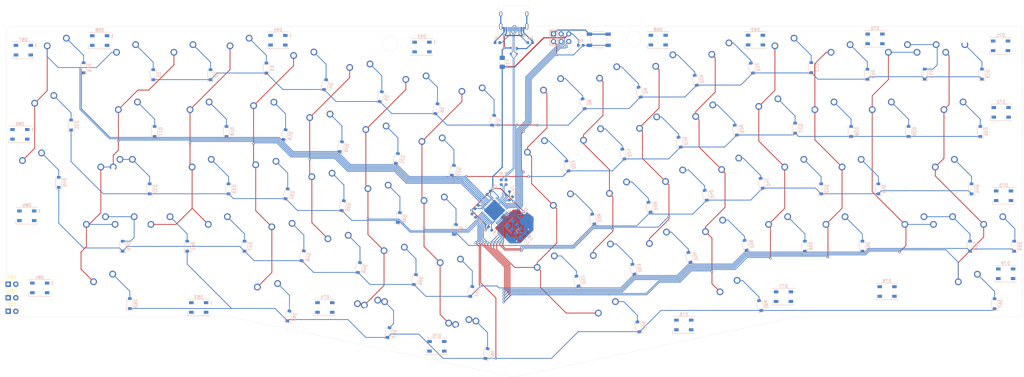
<source format=kicad_pcb>
(kicad_pcb (version 20210228) (generator pcbnew)
  (layers (0 "F.Cu" signal) (31 "B.Cu" signal) (34 "B.Paste" user) (35 "F.Paste" user) (36 "B.SilkS" user "B.Silkscreen") (37 "F.SilkS" user "F.Silkscreen") (38 "B.Mask" user) (39 "F.Mask" user) (44 "Edge.Cuts" user))
  (net 0 "")
  (net 1 "GND")
  (net 2 "Net-(C1-Pad1)")
  (net 3 "+5V")
  (net 4 "CLK2")
  (net 5 "CLK1")
  (net 6 "Net-(D1-Pad2)")
  (net 7 "ROW0")
  (net 8 "Net-(D2-Pad2)")
  (net 9 "Net-(D3-Pad2)")
  (net 10 "Net-(D4-Pad2)")
  (net 11 "Net-(D5-Pad2)")
  (net 12 "Net-(D6-Pad2)")
  (net 13 "Net-(D7-Pad2)")
  (net 14 "Net-(D8-Pad2)")
  (net 15 "Net-(D9-Pad2)")
  (net 16 "Net-(D10-Pad2)")
  (net 17 "Net-(D11-Pad2)")
  (net 18 "Net-(D12-Pad2)")
  (net 19 "Net-(D13-Pad2)")
  (net 20 "Net-(D14-Pad2)")
  (net 21 "Net-(D15-Pad2)")
  (net 22 "ROW1")
  (net 23 "Net-(D16-Pad2)")
  (net 24 "Net-(D17-Pad2)")
  (net 25 "Net-(D18-Pad2)")
  (net 26 "Net-(D19-Pad2)")
  (net 27 "Net-(D20-Pad2)")
  (net 28 "Net-(D21-Pad2)")
  (net 29 "Net-(D22-Pad2)")
  (net 30 "Net-(D23-Pad2)")
  (net 31 "Net-(D24-Pad2)")
  (net 32 "Net-(D25-Pad2)")
  (net 33 "Net-(D26-Pad2)")
  (net 34 "Net-(D27-Pad2)")
  (net 35 "Net-(D28-Pad2)")
  (net 36 "ROW2")
  (net 37 "Net-(D29-Pad2)")
  (net 38 "Net-(D30-Pad2)")
  (net 39 "Net-(D31-Pad2)")
  (net 40 "Net-(D32-Pad2)")
  (net 41 "Net-(D33-Pad2)")
  (net 42 "Net-(D34-Pad2)")
  (net 43 "Net-(D35-Pad2)")
  (net 44 "Net-(D36-Pad2)")
  (net 45 "Net-(D37-Pad2)")
  (net 46 "Net-(D38-Pad2)")
  (net 47 "Net-(D39-Pad2)")
  (net 48 "Net-(D40-Pad2)")
  (net 49 "Net-(D41-Pad2)")
  (net 50 "ROW3")
  (net 51 "Net-(D42-Pad2)")
  (net 52 "Net-(D43-Pad2)")
  (net 53 "Net-(D44-Pad2)")
  (net 54 "Net-(D45-Pad2)")
  (net 55 "Net-(D46-Pad2)")
  (net 56 "Net-(D47-Pad2)")
  (net 57 "Net-(D48-Pad2)")
  (net 58 "Net-(D49-Pad2)")
  (net 59 "Net-(D50-Pad2)")
  (net 60 "RGB")
  (net 61 "Net-(D51-Pad2)")
  (net 62 "Net-(D52-Pad2)")
  (net 63 "Net-(D53-Pad2)")
  (net 64 "Net-(D54-Pad2)")
  (net 65 "Net-(D55-Pad2)")
  (net 66 "Net-(D56-Pad2)")
  (net 67 "VCC")
  (net 68 "RESET")
  (net 69 "MOSI")
  (net 70 "SCK")
  (net 71 "MISO")
  (net 72 "COL0")
  (net 73 "COL1")
  (net 74 "COL2")
  (net 75 "COL3")
  (net 76 "COL4")
  (net 77 "COL5")
  (net 78 "COL6")
  (net 79 "COL7")
  (net 80 "COL8")
  (net 81 "COL9")
  (net 82 "COL10")
  (net 83 "COL11")
  (net 84 "COL12")
  (net 85 "COL13")
  (net 86 "Net-(R1-Pad2)")
  (net 87 "DATA-")
  (net 88 "DATA+")
  (net 89 "Net-(R4-Pad1)")
  (net 90 "Net-(R5-Pad1)")
  (net 91 "ROW4")
  (net 92 "Net-(D61-Pad2)")
  (net 93 "Net-(D62-Pad2)")
  (net 94 "Net-(D63-Pad2)")
  (net 95 "Net-(D57-Pad2)")
  (net 96 "Net-(D58-Pad2)")
  (net 97 "Net-(D59-Pad2)")
  (net 98 "COL14")
  (net 99 "Net-(D60-Pad2)")
  (net 100 "Net-(D64-Pad2)")
  (net 101 "Net-(D65-Pad2)")
  (net 102 "Net-(D66-Pad2)")
  (net 103 "Net-(D67-Pad2)")
  (net 104 "Net-(D68-Pad2)")
  (net 105 "Net-(D69-Pad2)")
  (net 106 "Net-(D70-Pad2)")
  (net 107 "Net-(D71-Pad2)")
  (net 108 "Net-(D72-Pad2)")
  (net 109 "Net-(D74-Pad4)")
  (net 110 "Net-(D75-Pad4)")
  (net 111 "Net-(D76-Pad4)")
  (net 112 "Net-(D77-Pad4)")
  (net 117 "Net-(D73-Pad2)")
  (net 118 "Net-(D74-Pad2)")
  (net 119 "Net-(D78-Pad4)")
  (net 126 "DN")
  (net 127 "DP")
  (net 128 "Net-(D83-Pad2)")
  (net 129 "Net-(D84-Pad2)")
  (net 130 "Net-(D85-Pad2)")
  (net 131 "Net-(D86-Pad2)")
  (net 132 "Net-(D87-Pad2)")
  (net 133 "Net-(D88-Pad2)")
  (net 135 "Net-(D93-Pad4)")
  (footprint "MX_Only:MXOnly-1U-NoLED" (layer "F.Cu") (at 72.301567 33.749745)
    (fp_text reference "MX4")
    (fp_text value "MX-NoLED")
  )
  (footprint "MX_Only:MXOnly-1U-NoLED" (layer "F.Cu") (at 227.40165 56.339757 12)
    (fp_text reference "MX27")
    (fp_text value "MX-NoLED")
  )
  (footprint "MX_Only:MXOnly-1.5U-NoLED" (layer "F.Cu") (at 235.471655 114.589789 12)
    (fp_text reference "MX71")
    (fp_text value "MX-NoLED")
  )
  (footprint "MX_Only:MXOnly-1U-NoLED" (layer "F.Cu") (at 212.02793 98.560498 12)
    (fp_text reference "MX57")
    (fp_text value "MX-NoLED")
  )
  (footprint "MX_Only:MXOnly-1.5U-NoLED" (layer "F.Cu") (at 35.211547 54.939757)
    (fp_text reference "MX18")
    (fp_text value "MX-NoLED")
  )
  (footprint "MX_Only:MXOnly-1.25U-NoLED" (layer "F.Cu") (at 24.596543 93.039777)
    (fp_text reference "MX63")
    (fp_text value "MX-NoLED")
  )
  (footprint "MX_Only:MXOnly-1U-NoLED" (layer "F.Cu") (at 79.52157 54.359756 -12)
    (fp_text reference "MX20")
    (fp_text value "MX-NoLED")
  )
  (footprint "MX_Only:MXOnly-1.75U-NoLED" (layer "F.Cu") (at 296.406688 93.039777)
    (fp_text reference "MX61")
    (fp_text value "MX-NoLED")
  )
  (footprint "MX_Only:MXOnly-1U-NoLED" (layer "F.Cu") (at 193.394208 102.521217 12)
    (fp_text reference "MX56")
    (fp_text value "MX-NoLED")
  )
  (footprint "MX_Only:MXOnly-1U-NoLED" (layer "F.Cu") (at 271.891674 35.889746)
    (fp_text reference "MX14")
    (fp_text value "MX-NoLED")
  )
  (footprint "MX_Only:MXOnly-1U-NoLED" (layer "F.Cu") (at 85.571574 94.599778 -12)
    (fp_text reference "MX51")
    (fp_text value "MX-NoLED")
  )
  (footprint "MX_Only:MXOnly-1U-NoLED" (layer "F.Cu") (at 270.211673 93.039777)
    (fp_text reference "MX60")
    (fp_text value "MX-NoLED")
  )
  (footprint "MX_Only:MXOnly-1U-NoLED" (layer "F.Cu") (at 148.702743 49.591907 -12)
    (fp_text reference "MX8")
    (fp_text value "MX-NoLED")
  )
  (footprint "MX_Only:MXOnly-1U-NoLED" (layer "F.Cu") (at 136.122736 85.871926 -12)
    (fp_text reference "MX38")
    (fp_text value "MX-NoLED")
  )
  (footprint "MX_Only:MXOnly-1U-NoLED" (layer "F.Cu") (at 253.261664 33.749745)
    (fp_text reference "MX13")
    (fp_text value "MX-NoLED")
  )
  (footprint "MX_Only:MXOnly-1U-NoLED" (layer "F.Cu") (at 208.767928 60.300477 12)
    (fp_text reference "MX26")
    (fp_text value "MX-NoLED")
  )
  (footprint "MX_Only:MXOnly-1.5U-NoLED" (layer "F.Cu") (at 80.761571 114.589789 -12)
    (fp_text reference "MX66")
    (fp_text value "MX-NoLED")
  )
  (footprint "MX_Only:MXOnly-2.25U-NoLED" (layer "F.Cu") (at 34.121543 93.039777)
    (fp_text reference "MX48")
    (fp_text value "MX-NoLED")
  )
  (footprint "MX_Only:MXOnly-1U-NoLED" (layer "F.Cu") (at 247.901661 53.879756)
    (fp_text reference "MX28")
    (fp_text value "MX-NoLED")
  )
  (footprint "MX_Only:MXOnly-1U-NoLED" (layer "F.Cu") (at 290.941685 35.889746)
    (fp_text reference "MX15")
    (fp_text value "MX-NoLED")
  )
  (footprint "MX_Only:MXOnly-2.75U-NoLED" (layer "F.Cu") (at 305.929693 93.039777)
    (fp_text reference "MX47")
    (fp_text value "MX-NoLED")
  )
  (footprint "MX_Only:MXOnly-1U-NoLED" (layer "F.Cu") (at 53.661557 35.889746)
    (fp_text reference "MX3")
    (fp_text value "MX-NoLED")
  )
  (footprint "LED_THT:LED_D1.8mm_W3.3mm_H2.4mm" (layer "F.Cu") (at -5.188474 114.869789)
    (fp_text reference "D81")
    (fp_text value "LED_Small")
  )
  (footprint "MX_Only:MXOnly-1U-NoLED" (layer "F.Cu") (at 275.571676 73.989767)
    (fp_text reference "MX44")
    (fp_text value "MX-NoLED")
  )
  (footprint "MX_Only:MXOnly-1U-NoLED" (layer "F.Cu") (at 29.390517 73.989767)
    (fp_text reference "MX33")
    (fp_text value "MX-NoLED")
  )
  (footprint "MX_Only:MXOnly-1U-NoLED" (layer "F.Cu") (at 217.387933 77.950487 12)
    (fp_text reference "MX41")
    (fp_text value "MX-NoLED")
  )
  (footprint "MX_Only:MXOnly-1U-NoLED" (layer "F.Cu") (at 130.069022 45.631187 -12)
    (fp_text reference "MX7")
    (fp_text value "MX-NoLED")
  )
  (footprint "MX_Only:MXOnly-1U-NoLED" (layer "F.Cu") (at 11.591534 33.749745)
    (fp_text reference "MX17")
    (fp_text value "MX-NoLED")
  )
  (footprint "MX_Only:MXOnly-1U-NoLED" (layer "F.Cu") (at 309.991695 35.889746)
    (fp_text reference "MX16")
    (fp_text value "MX-NoLED")
  )
  (footprint "MX_Only:MXOnly-1U-NoLED" (layer "F.Cu") (at 144.296623 126.55773 -12)
    (fp_text reference "MX69")
    (fp_text value "MX-NoLED")
  )
  (footprint "MX_Only:MXOnly-1U-NoLED" (layer "F.Cu") (at 256.521666 73.989767)
    (fp_text reference "MX43")
    (fp_text value "MX-NoLED")
  )
  (footprint "MX_Only:MXOnly-1.5U-NoLED" (layer "F.Cu") (at 309.401695 54.939757)
    (fp_text reference "MX31")
    (fp_text value "MX-NoLED")
  )
  (footprint "MX_Only:MXOnly-1U-NoLED" (layer "F.Cu") (at 111.4353 41.670467 -12)
    (fp_text reference "MX6")
    (fp_text value "MX-NoLED")
  )
  (footprint "MX_Only:MXOnly-1U-NoLED" (layer "F.Cu") (at 3.361529 71.849766)
    (fp_text reference "MX49")
    (fp_text value "MX-NoLED")
  )
  (footprint "MX_Only:MXOnly-1U-NoLED" (layer "F.Cu") (at 80.221571 73.989767 -12)
    (fp_text reference "MX35")
    (fp_text value "MX-NoLED")
  )
  (footprint "MX_Only:MXOnly-2.75U-ReversedStabilizers-NoLED" (layer "F.Cu") (at 195.061635 121.649792 12)
    (fp_text reference "MX70")
    (fp_text value "MX-NoLED")
  )
  (footprint "MX_Only:MXOnly-1U-NoLED" (layer "F.Cu") (at 322.600452 93.039777)
    (fp_text reference "MX62")
    (fp_text value "MX-NoLED")
  )
  (footprint "MX_Only:MXOnly-2U-NoLED" (layer "F.Cu") (at 300.46669 35.889746)
    (fp_text reference "MX1")
    (fp_text value "MX-NoLED")
  )
  (footprint "MX_Only:MXOnly-1U-NoLED" (layer "F.Cu") (at 266.531671 54.939757)
    (fp_text reference "MX29")
    (fp_text value "MX-NoLED")
  )
  (footprint "MX_Only:MXOnly-1U-NoLED" (layer "F.Cu") (at 116.789015 62.281196 -12)
    (fp_text reference "MX22")
    (fp_text value "MX-NoLED")
  )
  (footprint "MX_Only:MXOnly-1U-NoLED" (layer "F.Cu") (at 7.431532 52.799755)
    (fp_text reference "MX32")
    (fp_text value "MX-NoLED")
  )
  (footprint "MX_Only:MXOnly-1U-NoLED" (layer "F.Cu") (at 141.472739 106.481937 -12)
    (fp_text reference "MX54")
    (fp_text value "MX-NoLED")
  )
  (footprint "MX_Only:MXOnly-1.5U-NoLED" (layer "F.Cu") (at 314.157297 112.137787)
    (fp_text reference "MX72")
    (fp_text value "MX-NoLED")
  )
  (footprint "MX_Only:MXOnly-1U-NoLED" (layer "F.Cu") (at 171.500485 68.221917 12)
    (fp_text reference "MX24")
    (fp_text value "MX-NoLED")
  )
  (footprint "MX_Only:MXOnly-1U-NoLED" (layer "F.Cu") (at 251.161663 93.039777)
    (fp_text reference "MX59")
    (fp_text value "MX-NoLED")
  )
  (footprint "MX_Only:MXOnly-1U-NoLED" (layer "F.Cu") (at 92.801578 37.709747 -12)
    (fp_text reference "MX5")
    (fp_text value "MX-NoLED")
  )
  (footprint "MX_Only:MXOnly-2.25U-ReversedStabilizers-NoLED" (layer "F.Cu") (at 116.291593 120.609793 -12)
    (fp_text reference "MX67")
    (fp_text value "MX-NoLED")
  )
  (footprint "MX_Only:MXOnly-2U-ReversedStabilizers-NoLED" (layer "F.Cu") (at 114.000146 120.118015 -12)
    (fp_text reference "MX68")
    (fp_text value "MX-NoLED")
  )
  (footprint "MX_Only:MXOnly-1U-NoLED" (layer "F.Cu") (at 195.494209 43.651185 12)
    (fp_text reference "MX10")
    (fp_text value "MX-NoLED")
  )
  (footprint "LED_THT:LED_D1.8mm_W3.3mm_H2.4mm" (layer "F.Cu") (at -5.188474 119.369791)
    (fp_text reference "D82")
    (fp_text value "LED_Small")
  )
  (footprint "MX_Only:MXOnly-1U-NoLED" (layer "F.Cu") (at 34.611546 35.889746)
    (fp_text reference "MX2")
    (fp_text value "MX-NoLED")
  )
  (footprint "MX_Only:MXOnly-1U-NoLED" (layer "F.Cu") (at 285.581682 54.939757)
    (fp_text reference "MX30")
    (fp_text value "MX-NoLED")
  )
  (footprint "MX_Only:MXOnly-1U-NoLED" (layer "F.Cu") (at 198.754211 81.911206 12)
    (fp_text reference "MX40")
    (fp_text value "MX-NoLED")
  )
  (footprint "MX_Only:MXOnly-1U-NoLED" (layer "F.Cu") (at 98.855293 77.950487 -12)
    (fp_text reference "MX36")
    (fp_text value "MX-NoLED")
  )
  (footprint "MX_Only:MXOnly-1U-NoLED" (layer "F.Cu") (at 117.489015 81.911206 -12)
    (fp_text reference "MX37")
    (fp_text value "MX-NoLED")
  )
  (footprint "MX_Only:MXOnly-1U-NoLED" (layer "F.Cu") (at 135.422736 66.241916 -12)
    (fp_text reference "MX23")
    (fp_text value "MX-NoLED")
  )
  (footprint "MX_Only:MXOnly-1U-NoLED" (layer "F.Cu") (at 46.027793 93.039777)
    (fp_text reference "MX65")
    (fp_text value "MX-NoLED")
  )
  (footprint "MX_Only:MXOnly-2.25U-ReversedStabilizers-NoLED" (layer "F.Cu") (at 306.521693 73.989767)
    (fp_text reference "MX45")
    (fp_text value "MX-NoLED")
  )
  (footprint "MX_Only:MXOnly-1U-NoLED" (layer "F.Cu") (at 236.021655 73.989767 12)
    (fp_text reference "MX42")
    (fp_text value "MX-NoLED")
  )
  (footprint "MX_Only:MXOnly-1U-NoLED" (layer "F.Cu") (at 59.021559 54.939757)
    (fp_text reference "MX19")
    (fp_text value "MX-NoLED")
  )
  (footprint "MX_Only:MXOnly-1U-NoLED" (layer "F.Cu") (at 65.071563 93.039777)
    (fp_text reference "MX50")
    (fp_text value "MX-NoLED")
  )
  (footprint "MX_Only:MXOnly-1U-NoLED" (layer "F.Cu") (at 232.761653 35.729746 12)
    (fp_text reference "MX12")
    (fp_text value "MX-NoLED")
  )
  (footprint "MX_Only:MXOnly-1U-NoLED" (layer "F.Cu") (at 174.760487 106.481937 12)
    (fp_text reference "MX55")
    (fp_text value "MX-NoLED")
  )
  (footprint "MX_Only:MXOnly-1U-NoLED" (layer "F.Cu") (at 104.205296 98.560498 -12)
    (fp_text reference "MX52")
    (fp_text value "MX-NoLED")
  )
  (footprint "MX_Only:MXOnly-1U-NoLED" (layer "F.Cu") (at 59.72156 73.989767)
    (fp_text reference "MX34")
    (fp_text value "MX-NoLED")
  )
  (footprint "MX_Only:MXOnly-1U-NoLED" (layer "F.Cu") (at 180.12049 85.871926 12)
    (fp_text reference "MX39")
    (fp_text value "MX-NoLED")
  )
  (footprint "MX_Only:MXOnly-1.5U-NoLED" (layer "F.Cu") (at 26.981542 112.089787)
    (fp_text reference "MX64")
    (fp_text value "MX-NoLED")
  )
  (footprint "LED_THT:LED_D1.8mm_W3.3mm_H2.4mm" (layer "F.Cu") (at -5.188474 110.369786)
    (fp_text reference "D80")
    (fp_text value "LED_Small")
  )
  (footprint "MX_Only:MXOnly-1U-NoLED" (layer "F.Cu") (at 190.134206 64.261197 12)
    (fp_text reference "MX25")
    (fp_text value "MX-NoLED")
  )
  (footprint "MX_Only:MXOnly-1U-NoLED" (layer "F.Cu") (at 98.155293 58.320476 -12)
    (fp_text reference "MX21")
    (fp_text value "MX-NoLED")
  )
  (footprint "MX_Only:MXOnly-1U-NoLED" (layer "F.Cu") (at 230.661652 94.599778 12)
    (fp_text reference "MX58")
    (fp_text value "MX-NoLED")
  )
  (footprint "MX_Only:MXOnly-1.75U-NoLED" (layer "F.Cu") (at 33.521525 73.989767)
    (fp_text reference "MX46")
    (fp_text value "MX-NoLED")
  )
  (footprint "MX_Only:MXOnly-1U-NoLED" (layer "F.Cu") (at 176.860488 47.611906 12)
    (fp_text reference "MX9")
    (fp_text value "MX-NoLED")
  )
  (footprint "MX_Only:MXOnly-1.25U-NoLED" (layer "F.Cu") (at 146.611609 127.049796 -12)
    (fp_text reference "MX73")
    (fp_text value "MX-NoLED")
  )
  (footprint "MX_Only:MXOnly-1U-NoLED" (layer "F.Cu") (at 122.839018 102.521217 -12)
    (fp_text reference "MX53")
    (fp_text value "MX-NoLED")
  )
  (footprint "MX_Only:MXOnly-1U-NoLED" (layer "F.Cu") (at 214.127931 39.690466 12)
    (fp_text reference "MX11")
    (fp_text value "MX-NoLED")
  )
  (footprint "Diode_SMD:D_SOD-123" (layer "B.Cu") (at 241.811525 38.58974 102)
    (fp_text reference "D11")
    (fp_text value "D_Small")
  )
  (footprint "Diode_SMD:D_SOD-123" (layer "B.Cu") (at 245.061525 76.83974 102)
    (fp_text reference "D41")
    (fp_text value "D_Small")
  )
  (footprint "Diode_SMD:D_SOD-123" (layer "B.Cu") (at 226.461525 80.83974 102)
    (fp_text reference "D40")
    (fp_text value "D_Small")
  )
  (footprint "Diode_SMD:D_SOD-123" (layer "B.Cu") (at 32.836525 97.73974 90)
    (fp_text reference "D46")
    (fp_text value "D_Small")
  )
  (footprint "Diode_SMD:D_SOD-123" (layer "B.Cu") (at 239.711525 97.43974 102)
    (fp_text reference "D55")
    (fp_text value "D_Small")
  )
  (footprint "Diode_SMD:D_SOD-123" (layer "B.Cu") (at 185.911525 50.43974 102)
    (fp_text reference "D8")
    (fp_text value "D_Small")
  )
  (footprint "LED_SMD:LED_WS2812B_PLCC4_5.0x5.0mm_P3.2mm" (layer "B.Cu") (at 100 118.1 180)
    (fp_text reference "D74")
    (fp_text value "WS2812B")
  )
  (footprint "Diode_SMD:D_SOD-123" (layer "B.Cu") (at 92.661525 100.93974 78)
    (fp_text reference "D48")
    (fp_text value "D_Small")
  )
  (footprint "Diode_SMD:D_SOD-123" (layer "B.Cu") (at 19.861525 38.48974 90)
    (fp_text reference "D16")
    (fp_text value "D_Small")
  )
  (footprint "LED_SMD:LED_WS2812B_PLCC4_5.0x5.0mm_P3.2mm" (layer "B.Cu") (at 219.2 123.9 180)
    (fp_text reference "D76")
    (fp_text value "WS2812B")
  )
  (footprint "LED_SMD:LED_WS2812B_PLCC4_5.0x5.0mm_P3.2mm" (layer "B.Cu") (at 210.7 29.3 180)
    (fp_text reference "D68")
    (fp_text value "WS2812B")
  )
  (footprint "Diode_SMD:D_SOD-123" (layer "B.Cu") (at 68.011525 78.68974 90)
    (fp_text reference "D33")
    (fp_text value "D_Small")
  )
  (footprint "Diode_SMD:D_SOD-123" (layer "B.Cu") (at 124.561525 88.23974 78)
    (fp_text reference "D36")
    (fp_text value "D_Small")
  )
  (footprint "random-keyboard-parts:Reset_Pretty-Mask" (layer "B.Cu") (at 178.461525 28.48974 90)
    (fp_text reference "J1")
    (fp_text value "ISP-6")
  )
  (footprint "Capacitor_SMD:C_0603_1608Metric" (layer "B.Cu") (at 160.761525 80.18974 -135)
    (fp_text reference "C1")
    (fp_text value "1u")
  )
  (footprint "LED_SMD:LED_WS2812B_PLCC4_5.0x5.0mm_P3.2mm" (layer "B.Cu") (at 84.4 29.35 180)
    (fp_text reference "D94")
    (fp_text value "WS2812B")
  )
  (footprint "Diode_SMD:D_SOD-123" (layer "B.Cu") (at 43.461525 59.63974 90)
    (fp_text reference "D17")
    (fp_text value "D_Small")
  )
  (footprint "Diode_SMD:D_SOD-123" (layer "B.Cu") (at 54.261525 97.73974 90)
    (fp_text reference "D61")
    (fp_text value "D_Small")
  )
  (footprint "Diode_SMD:D_SOD-123" (layer "B.Cu") (at 236.461525 59.18974 102)
    (fp_text reference "D26")
    (fp_text value "D_Small")
  )
  (footprint "Diode_SMD:D_SOD-123" (layer "B.Cu") (at 86.611525 60.68974 78)
    (fp_text reference "D19")
    (fp_text value "D_Small")
  )
  (footprint "Diode_SMD:D_SOD-123" (layer "B.Cu") (at 318.211525 40.58974 90)
    (fp_text reference "D15")
    (fp_text value "D_Small")
  )
  (footprint "Diode_SMD:D_SOD-123" (layer "B.Cu") (at 73.311525 97.73974 90)
    (fp_text reference "D47")
    (fp_text value "D_Small")
  )
  (footprint "LED_SMD:LED_WS2812B_PLCC4_5.0x5.0mm_P3.2mm" (layer "B.Cu") (at 324.4 31.2 180)
    (fp_text reference "D71")
    (fp_text value "WS2812B")
  )
  (footprint "Diode_SMD:D_SOD-123" (layer "B.Cu") (at 42.986525 40.78349 90)
    (fp_text reference "D1")
    (fp_text value "D_Small")
  )
  (footprint "LED_SMD:LED_WS2812B_PLCC4_5.0x5.0mm_P3.2mm" (layer "B.Cu") (at 1 87.65 180)
    (fp_text reference "D85")
    (fp_text value "WS2812B")
  )
  (footprint "Button_Switch_SMD:SW_SPST_SKQG_WithStem" (layer "B.Cu") (at 190.961525 29.18974 180)
    (fp_text reference "SW1" hide)
    (fp_text value "SW_Push")
  )
  (footprint "LED_SMD:LED_WS2812B_PLCC4_5.0x5.0mm_P3.2mm" (layer "B.Cu") (at 326.1 106.9 180)
    (fp_text reference "D79")
    (fp_text value "WS2812B")
  )
  (footprint "Diode_SMD:D_SOD-123" (layer "B.Cu") (at 153.686525 133.38974 78)
    (fp_text reference "D64")
    (fp_text value "D_Small")
  )
  (footprint "LED_SMD:LED_WS2812B_PLCC4_5.0x5.0mm_P3.2mm" (layer "B.Cu") (at -0.15 32.65 180)
    (fp_text reference "D87")
    (fp_text value "WS2812B")
  )
  (footprint "Resistor_SMD:R_0603_1608Metric" (layer "B.Cu") (at 184.961525 31.03974 180)
    (fp_text reference "R6")
    (fp_text value "10k")
  )
  (footprint "Capacitor_SMD:C_0805_2012Metric_Pad1.15x1.40mm_HandSolder" (layer "B.Cu") (at 164.176741 94.074956 135)
    (fp_text reference "C7")
    (fp_text value "22p")
  )
  (footprint "Diode_SMD:D_SOD-123" (layer "B.Cu") (at 105.961525 84.28974 78)
    (fp_text reference "D35")
    (fp_text value "D_Small")
  )
  (footprint "Diode_SMD:D_SOD-123" (layer "B.Cu") (at 87.886525 120.91474 78)
    (fp_text reference "D62")
    (fp_text value "D_Small")
  )
  (footprint "Diode_SMD:D_SOD-123" (layer "B.Cu") (at 189.111525 88.73974 102)
    (fp_text reference "D38")
    (fp_text value "D_Small")
  )
  (footprint "Package_DFN_QFN:QFN-44-1EP_7x7mm_P0.5mm_EP5.15x5.15mm" (layer "B.Cu") (at 156.33719 85.871926 -135)
    (fp_text reference "U1" hide)
    (fp_text value "ATmega32U4-MU")
  )
  (footprint "LED_SMD:LED_WS2812B_PLCC4_5.0x5.0mm_P3.2mm" (layer "B.Cu") (at 243 29.3 180)
    (fp_text reference "D69")
    (fp_text value "WS2812B")
  )
  (footprint "Diode_SMD:D_SOD-123" (layer "B.Cu") (at 221.061525 101.43974 102)
    (fp_text reference "D54")
    (fp_text value "D_Small")
  )
  (footprint "Diode_SMD:D_SOD-123" (layer "B.Cu") (at 137.061525 52.08974 78)
    (fp_text reference "D6")
    (fp_text value "D_Small")
  )
  (footprint "Diode_SMD:D_SOD-123" (layer "B.Cu") (at 183.861525 109.33974 102)
    (fp_text reference "D52")
    (fp_text value "D_Small")
  )
  (footprint "Resistor_SMD:R_0603_1608Metric" (layer "B.Cu") (at 149.461525 87.58974 -45)
    (fp_text reference "R1")
    (fp_text value "10k")
  )
  (footprint "Diode_SMD:D_SOD-123" (layer "B.Cu") (at 41.811525 78.68974 90)
    (fp_text reference "D32")
    (fp_text value "D_Small")
  )
  (footprint "Diode_SMD:D_SOD-123" (layer "B.Cu") (at 204.111525 124.51474 102)
    (fp_text reference "D65")
    (fp_text value "D_Small")
  )
  (footprint "Diode_SMD:D_SOD-123" (layer "B.Cu") (at 223.161525 42.63974 102)
    (fp_text reference "D10")
    (fp_text value "D_Small")
  )
  (footprint "Diode_SMD:D_SOD-123" (layer "B.Cu") (at 100.061525 44.08974 78)
    (fp_text reference "D4")
    (fp_text value "D_Small")
  )
  (footprint "LED_SMD:LED_WS2812B_PLCC4_5.0x5.0mm_P3.2mm" (layer "B.Cu") (at 324.6 53.3 180)
    (fp_text reference "D72")
    (fp_text value "WS2812B")
  )
  (footprint "Diode_SMD:D_SOD-123" (layer "B.Cu") (at 129.911525 108.83974 78)
    (fp_text reference "D50")
    (fp_text value "D_Small")
  )
  (footprint "Capacitor_SMD:C_0603_1608Metric" (layer "B.Cu") (at 150.381525 84.73974 45)
    (fp_text reference "C4")
    (fp_text value "0.1u")
  )
  (footprint "Diode_SMD:D_SOD-123" (layer "B.Cu") (at 280.161525 40.63974 90)
    (fp_text reference "D13")
    (fp_text value "D_Small")
  )
  (footprint "LED_SMD:LED_WS2812B_PLCC4_5.0x5.0mm_P3.2mm" (layer "B.Cu") (at 252.3 114.5 180)
    (fp_text reference "D77")
    (fp_text value "WS2812B")
  )
  (footprint "Diode_SMD:D_SOD-123" (layer "B.Cu") (at 314.261525 97.73974 90)
    (fp_text reference "D58")
    (fp_text value "D_Small")
  )
  (footprint "LED_SMD:LED_WS2812B_PLCC4_5.0x5.0mm_P3.2mm" (layer "B.Cu") (at 137.2 131 180)
    (fp_text reference "D75")
    (fp_text value "WS2812B")
  )
  (footprint "Diode_SMD:D_SOD-123" (layer "B.Cu") (at 207.811525 84.78974 102)
    (fp_text reference "D39")
    (fp_text value "D_Small")
  )
  (footprint "Diode_SMD:D_SOD-123" (layer "B.Cu") (at 259.411525 97.73974 90)
    (fp_text reference "D56")
    (fp_text value "D_Small")
  )
  (footprint "Diode_SMD:D_SOD-123" (layer "B.Cu") (at 180.561525 71.08974 102)
    (fp_text reference "D23")
    (fp_text value "D_Small")
  )
  (footprint "LED_SMD:LED_WS2812B_PLCC4_5.0x5.0mm_P3.2mm" (layer "B.Cu") (at 58.1 118.1 180)
    (fp_text reference "D83")
    (fp_text value "WS2812B")
  )
  (footprint "Diode_SMD:D_SOD-123" (layer "B.Cu") (at 15.711525 57.48974 90)
    (fp_text reference "D31")
    (fp_text value "D_Small")
  )
  (footprint "Diode_SMD:D_SOD-123" (layer "B.Cu") (at 299.211525 40.58974 90)
    (fp_text reference "D14")
    (fp_text value "D_Small")
  )
  (footprint "Diode_SMD:D_SOD-123" (layer "B.Cu") (at 143.211525 92.18974 78)
    (fp_text reference "D37")
    (fp_text value "D_Small")
  )
  (footprint "LED_SMD:LED_WS2812B_PLCC4_5.0x5.0mm_P3.2mm" (layer "B.Cu") (at 5.3 111.6 180)
    (fp_text reference "D84")
    (fp_text value "WS2812B")
  )
  (footprint "Diode_SMD:D_SOD-123" (layer "B.Cu") (at 155.854579 55.925796 78)
    (fp_text reference "D7")
    (fp_text value "D_Small")
  )
  (footprint "LED_SMD:LED_WS2812B_PLCC4_5.0x5.0mm_P3.2mm" (layer "B.Cu") (at 325.4 81 180)
    (fp_text reference "D73")
    (fp_text value "WS2812B")
  )
  (footprint "LED_SMD:LED_WS2812B_PLCC4_5.0x5.0mm_P3.2mm" (layer "B.Cu") (at 282.7 28.9 180)
    (fp_text reference "D70")
    (fp_text value "WS2812B")
  )
  (footprint "Diode_SMD:D_SOD-123" (layer "B.Cu") (at 283.811525 78.68974 90)
    (fp_text reference "D43")
    (fp_text value "D_Small")
  )
  (footprint "Type-C:HRO-TYPE-C-31-M-12-Assembly" (layer "B.Cu") (at 162.731612 17.984741)
    (fp_text reference "USB1" hide)
    (fp_text value "HRO-TYPE-C-31-M-12")
  )
  (footprint "Diode_SMD:D_SOD-123" (layer "B.Cu") (at 121.111525 126.43974 78)
    (fp_text reference "D63")
    (fp_text value "D_Small")
  )
  (footprint "Diode_SMD:D_SOD-123" (layer "B.Cu") (at 293.861525 59.63974 90)
    (fp_text reference "D29")
    (fp_text value "D_Small")
  )
  (footprint "Diode_SMD:D_SOD-123" (layer "B.Cu") (at 87.311525 80.33974 78)
    (fp_text reference "D34")
    (fp_text value "D_Small")
  )
  (footprint "Diode_SMD:D_SOD-123" (layer "B.Cu") (at 217.811525 63.18974 102)
    (fp_text reference "D25")
    (fp_text value "D_Small")
  )
  (footprint "Diode_SMD:D_SOD-123" (layer "B.Cu") (at 62.036525 40.78349 90)
    (fp_text reference "D2")
    (fp_text value "D_Small")
  )
  (footprint "Diode_SMD:D_SOD-123" (layer "B.Cu") (at 202.461525 105.38974 102)
    (fp_text reference "D53")
    (fp_text value "D_Small")
  )
  (footprint "LED_SMD:LED_WS2812B_PLCC4_5.0x5.0mm_P3.2mm" (layer "B.Cu") (at 25.2 29.45 180)
    (fp_text reference "D88")
    (fp_text value "WS2812B")
  )
  (footprint "Diode_SMD:D_SOD-123" (layer "B.Cu") (at 328.911525 97.73974 90)
    (fp_text reference "D59")
    (fp_text value "D_Small")
  )
  (footprint "Diode_SMD:D_SOD-123" (layer "B.Cu") (at 204.511525 46.58974 102)
    (fp_text reference "D9")
    (fp_text value "D_Small")
  )
  (footprint "random-keyboard-parts:SOT143B" (layer "B.Cu") (at 162.731612 32.86474 180)
    (fp_text reference "U2" hide)
    (fp_text value "PRTR5V0U2X")
  )
  (footprint "Diode_SMD:D_SOD-123" (layer "B.Cu") (at 278.511525 97.73974 90)
    (fp_text reference "D57")
    (fp_text value "D_Small")
  )
  (footprint "Diode_SMD:D_SOD-123" (layer "B.Cu") (at 244.536525 117.46474 102)
    (fp_text reference "D66")
    (fp_text value "D_Small")
  )
  (footprint "Diode_SMD:D_SOD-123" (layer "B.Cu") (at 256.161525 58.53974 90)
    (fp_text reference "D27")
    (fp_text value "D_Small")
  )
  (footprint "Diode_SMD:D_SOD-123" (layer "B.Cu") (at 274.761525 59.63974 90)
    (fp_text reference "D28")
    (fp_text value "D_Small")
  )
  (footprint "LED_SMD:LED_WS2812B_PLCC4_5.0x5.0mm_P3.2mm" (layer "B.Cu") (at 286.7 112.8 180)
    (fp_text reference "D78")
    (fp_text value "WS2812B")
  )
  (footprint "Diode_SMD:D_SOD-123" (layer "B.Cu") (at 264.811525 78.68974 90)
    (fp_text reference "D42")
    (fp_text value "D_Small")
  )
  (footprint "Diode_SMD:D_SOD-123" (layer "B.Cu") (at 123.911525 68.58974 78)
    (fp_text reference "D21")
    (fp_text value "D_Small")
  )
  (footprint "Diode_SMD:D_SOD-123" (layer "B.Cu") (at 11.611525 76.53974 90)
    (fp_text reference "D45")
    (fp_text value "D_Small")
  )
  (footprint "Resistor_SMD:R_0603_1608Metric" (layer "B.Cu") (at 160.161524 76.50224 90)
    (fp_text reference "R3")
    (fp_text value "22")
  )
  (footprint "Resistor_SMD:R_0603_1608Metric" (layer "B.Cu") (at 157.294112 30.14974 180)
    (fp_text reference "R5")
    (fp_text value "5.1k")
  )
  (footprint "Crystal:Crystal_SMD_3225-4Pin_3.2x2.5mm" (layer "B.Cu") (at 162.262635 90.80974 45)
    (fp_text reference "Y1")
    (fp_text value "CLK")
  )
  (footprint "Diode_SMD:D_SOD-123" (layer "B.Cu") (at 105.311525 64.68974 78)
    (fp_text reference "D20")
    (fp_text value "D_Small")
  )
  (footprint "Diode_SMD:D_SOD-123" (layer "B.Cu") (at 148.611525 112.78974 78)
    (fp_text reference "D51")
    (fp_text value "D_Small")
  )
  (footprint "Diode_SMD:D_SOD-123" (layer "B.Cu") (at 314.761525 78.68974 90)
    (fp_text reference "D44")
    (fp_text value "D_Small")
  )
  (footprint "Resistor_SMD:R_0603_1608Metric" (layer "B.Cu") (at 158.561525 76.50224 -90)
    (fp_text reference "R2")
    (fp_text value "22")
  )
  (footprint "LED_SMD:LED_WS2812B_PLCC4_5.0x5.0mm_P3.2mm" (layer "B.Cu") (at -1.3 60.6 180)
    (fp_text reference "D86")
    (fp_text value "WS2812B")
  )
  (footprint "Diode_SMD:D_SOD-123" (layer "B.Cu") (at 317.661525 59.63974 90)
    (fp_text reference "D30")
    (fp_text value "D_Small")
  )
  (footprint "Diode_SMD:D_SOD-123" (layer "B.Cu") (at 35.211525 116.78974 90)
    (fp_text reference "D60")
    (fp_text value "D_Small")
  )
  (footprint "Fuse:Fuse_1206_3216Metric_Pad1.42x1.75mm_HandSolder" (layer "B.Cu") (at 158.901525 36.67974 90)
    (fp_text reference "F1")
    (fp_text value "500m")
  )
  (footprint "Diode_SMD:D_SOD-123" (layer "B.Cu") (at 118.561525 48.08974 78)
    (fp_text reference "D5")
    (fp_text value "D_Small")
  )
  (footprint "Diode_SMD:D_SOD-123" (layer "B.Cu") (at 111.311525 104.83974 78)
    (fp_text reference "D49")
    (fp_text value "D_Small")
  )
  (footprint "Diode_SMD:D_SOD-123" (layer "B.Cu") (at 261.511525 38.43974 90)
    (fp_text reference "D12")
    (fp_text value "D_Small")
  )
  (footprint "Resistor_SMD:R_0603_1608Metric" (layer "B.Cu") (at 168.169112 30.14974)
    (fp_text reference "R4")
    (fp_text value "5.1k")
  )
  (footprint "Capacitor_SMD:C_0603_1608Metric" (layer "B.Cu") (at 164.701525 87.57974 -135)
    (fp_text reference "C2")
    (fp_text value "0.1u")
  )
  (footprint "Capacitor_SMD:C_0603_1608Metric" (layer "B.Cu") (at 154.408372 79.992893 -135)
    (fp_text reference "C6")
    (fp_text value "10u")
  )
  (footprint "Capacitor_SMD:C_0603_1608Metric" (layer "B.Cu") (at 154.861525 91.88974 -45)
    (fp_text reference "C3")
    (fp_text value "0.1u")
  )
  (footprint "Capacitor_SMD:C_0805_2012Metric_Pad1.15x1.40mm_HandSolder" (layer "B.Cu") (at 165.626741 92.604956 135)
    (fp_text reference "C8")
    (fp_text value "22p")
  )
  (footprint "Diode_SMD:D_SOD-123" (layer "B.Cu") (at 142.511525 72.53974 78)
    (fp_text reference "D22")
    (fp_text value "D_Small")
  )
  (footprint "Capacitor_SMD:C_0603_1608Metric" (layer "B.Cu") (at 161.761525 81.88974 45)
    (fp_text reference "C5")
    (fp_text value "0.1u")
  )
  (footprint "Diode_SMD:D_SOD-123" (layer "B.Cu") (at 80.561525 38.58974 90)
    (fp_text reference "D3")
    (fp_text value "D_Small")
  )
  (footprint "LED_SMD:LED_WS2812B_PLCC4_5.0x5.0mm_P3.2mm" (layer "B.Cu") (at 132.25 31.6 180)
    (fp_text reference "D93")
    (fp_text value "WS2812B")
  )
  (footprint "Diode_SMD:D_SOD-123" (layer "B.Cu") (at 67.311525 59.63974 90)
    (fp_text reference "D18")
    (fp_text value "D_Small")
  )
  (footprint "Diode_SMD:D_SOD-123" (layer "B.Cu") (at 322.411525 116.83974 90)
    (fp_text reference "D67")
    (fp_text value "D_Small")
  )
  (footprint "Diode_SMD:D_SOD-123" (layer "B.Cu") (at 199.111525 67.13974 102)
    (fp_text reference "D24")
    (fp_text value "D_Small")
  )
  (gr_circle (center 202.544685 28.827418) (end 202.619685 26.302418) (layer "Edge.Cuts") (width 0.05) (fill none))
  (gr_line (start 167.901525 24.74974) (end 330.591525 24.74974) (layer "Edge.Cuts") (width 0.05))
  (gr_line (start -4.578475 121.08974) (end 68.061525 121.08974) (layer "Edge.Cuts") (width 0.05))
  (gr_line (start 167.901525 17.97974) (end 167.901525 24.74974) (layer "Edge.Cuts") (width 0.05))
  (gr_line (start 162.731525 141.20974) (end 68.061525 121.08974) (layer "Edge.Cuts") (width 0.05))
  (gr_line (start 330.491525 121.08974) (end 330.574328 121.088255) (layer "Edge.Cuts") (width 0.05))
  (gr_line (start 162.731525 141.20974) (end 257.401525 121.08974) (layer "Edge.Cuts") (width 0.05))
  (gr_line (start -4.578475 121.08974) (end -4.638475 121.08974) (layer "Edge.Cuts") (width 0.05))
  (gr_arc (start 330.594465 120.081395) (end 331.601525 120.07974) (angle 91.23991112) (layer "Edge.Cuts") (width 0.05))
  (gr_arc (start -4.628824 120.080136) (end -4.638475 121.08974) (angle 89.47478749) (layer "Edge.Cuts") (width 0.05))
  (gr_line (start 157.551525 17.97974) (end 167.901525 17.97974) (layer "Edge.Cuts") (width 0.05))
  (gr_line (start 331.601525 33.95974) (end 331.601525 120.07974) (layer "Edge.Cuts") (width 0.05))
  (gr_circle (center 121.599342 30.507884) (end 121.674342 27.982884) (layer "Edge.Cuts") (width 0.05) (fill none))
  (gr_line (start -4.611278 24.751225) (end 157.551525 24.74974) (layer "Edge.Cuts") (width 0.05))
  (gr_line (start 157.551525 17.97974) (end 157.551525 24.74974) (layer "Edge.Cuts") (width 0.05))
  (gr_line (start 330.491525 121.08974) (end 257.401525 121.08974) (layer "Edge.Cuts") (width 0.05))
  (gr_line (start 331.601525 33.95974) (end 331.60004 25.776937) (layer "Edge.Cuts") (width 0.05))
  (gr_arc (start 330.59318 25.756799) (end 330.591525 24.74974) (angle 91.2399681) (layer "Edge.Cuts") (width 0.05))
  (gr_line (start -5.641474 25.761023) (end -5.638475 120.07974) (layer "Edge.Cuts") (width 0.05))
  (gr_arc (start -4.631474 25.761023) (end -5.641474 25.761023) (angle 91.14576284) (layer "Edge.Cuts") (width 0.05))
  (via (at 163.681525 96.05974) (size 0.8) (drill 0.4) (layers "F.Cu" "B.Cu") (net 1))
  (via (at 167.571525 92.12974) (size 0.8) (drill 0.4) (layers "F.Cu" "B.Cu") (net 1))
  (segment (start 156.33719 85.164819) (end 156.33719 85.871926) (width 0.25) (layer "B.Cu") (net 1))
  (segment (start 158.411612 24.764741) (end 158.411612 20.584741) (width 0.381) (layer "B.Cu") (net 1))
  (segment (start 163.731612 32.11474) (end 166.991612 32.11474) (width 0.381) (layer "B.Cu") (net 1))
  (segment (start 156.33719 83.043499) (end 156.33719 85.871926) (width 0.25) (layer "B.Cu") (net 1))
  (segment (start 155.320724 82.027033) (end 156.33719 83.043499) (width 0.25) (layer "B.Cu") (net 1))
  (segment (start 162.439412 89.430882) (end 162.397734 89.47256) (width 0.25) (layer "B.Cu") (net 1))
  (segment (start 177.161536 25.979729) (end 186.501514 25.979729) (width 0.381) (layer "B.Cu") (net 1))
  (segment (start 152.994051 85.357214) (end 155.822478 85.357214) (width 0.25) (layer "B.Cu") (net 1))
  (segment (start 152.492297 84.85546) (end 152.994051 85.357214) (width 0.25) (layer "B.Cu") (net 1))
  (segment (start 155.674277 90.070373) (end 155.301525 90.443125) (width 0.25) (layer "B.Cu") (net 1))
  (segment (start 158.411612 24.764741) (end 158.591612 24.764741) (width 0.381) (layer "B.Cu") (net 1))
  (segment (start 162.397734 91.876722) (end 162.085858 92.188598) (width 0.25) (layer "B.Cu") (net 1))
  (segment (start 163.319378 91.75974) (end 162.514716 91.75974) (width 0.25) (layer "B.Cu") (net 1))
  (segment (start 155.822478 85.357214) (end 156.33719 85.871926) (width 0.25) (layer "B.Cu") (net 1))
  (segment (start 155.301525 92.32974) (end 155.418372 92.446587) (width 0.25) (layer "B.Cu") (net 1))
  (segment (start 157.751403 85.871926) (end 156.33719 85.871926) (width 0.25) (layer "B.Cu") (net 1))
  (segment (start 166.991612 32.11474) (end 168.956612 30.14974) (width 0.381) (layer "B.Cu") (net 1))
  (segment (start 158.412513 86.421926) (end 158.412513 86.461646) (width 0.25) (layer "B.Cu") (net 1))
  (segment (start 161.410807 88.42474) (end 162.170328 87.66522) (width 0.25) (layer "B.Cu") (net 1))
  (segment (start 164.890488 93.33085) (end 163.319378 91.75974) (width 0.25) (layer "B.Cu") (net 1))
  (segment (start 162.514716 91.75974) (end 162.085858 92.188598) (width 0.25) (layer "B.Cu") (net 1))
  (segment (start 155.674277 90.070373) (end 156.33719 89.40746) (width 0.25) (layer "B.Cu") (net 1))
  (segment (start 158.414316 83.087693) (end 158.001897 83.500112) (width 0.25) (layer "B.Cu") (net 1))
  (segment (start 187.861525 27.33974) (end 194.061525 27.33974) (width 0.381) (layer "B.Cu") (net 1))
  (segment (start 156.33719 89.413999) (end 155.301525 90.449664) (width 0.25) (layer "B.Cu") (net 1))
  (segment (start 160.204678 81.297331) (end 160.204678 80.746587) (width 0.25) (layer "B.Cu") (net 1))
  (segment (start 164.901525 93.33085) (end 164.901525 94.79974) (width 0.25) (layer "B.Cu") (net 1))
  (segment (start 151.81973 84.182893) (end 150.938372 84.182893) (width 0.25) (layer "B.Cu") (net 1))
  (segment (start 164.901525 93.33085) (end 164.890488 93.33085) (width 0.25) (layer "B.Cu") (net 1))
  (segment (start 168.956612 29.59974) (end 168.956612 29.184827) (width 0.381) (layer "B.Cu") (net 1))
  (segment (start 164.902635 93.32974) (end 164.901525 93.33085) (width 0.25) (layer "B.Cu") (net 1))
  (segment (start 186.501514 25.979729) (end 187.861525 27.33974) (width 0.381) (layer "B.Cu") (net 1))
  (segment (start 168.956612 29.734827) (end 165.956612 26.734827) (width 0.381) (layer "B.Cu") (net 1))
  (segment (start 175.921525 27.21974) (end 177.161536 25.979729) (width 0.381) (layer "B.Cu") (net 1))
  (segment (start 162.170328 87.66522) (end 163.673311 87.66522) (width 0.25) (layer "B.Cu") (net 1))
  (segment (start 159.822802 87.943325) (end 159.474976 87.595499) (width 0.25) (layer "B.Cu") (net 1))
  (segment (start 158.414316 83.087693) (end 160.204678 81.297331) (width 0.25) (layer "B.Cu") (net 1))
  (segment (start 167.051612 24.764741) (end 166.871612 24.764741) (width 0.381) (layer "B.Cu") (net 1))
  (segment (start 166.871612 24.764741) (end 165.956612 25.679741) (width 0.381) (layer "B.Cu") (net 1))
  (segment (start 166.351525 90.343434) (end 164.144678 88.136587) (width 0.25) (layer "B.Cu") (net 1))
  (segment (start 156.506612 29.694653) (end 159.506612 26.694653) (width 0.381) (layer "B.Cu") (net 1))
  (segment (start 152.492297 84.85546) (end 151.81973 84.182893) (width 0.25) (layer "B.Cu") (net 1))
  (segment (start 160.304217 88.42474) (end 161.410807 88.42474) (width 0.25) (layer "B.Cu") (net 1))
  (segment (start 162.397734 89.47256) (end 162.397734 91.876722) (width 0.25) (layer "B.Cu") (net 1))
  (segment (start 165.956612 26.734827) (end 165.956612 25.679741) (width 0.381) (layer "B.Cu") (net 1))
  (segment (start 156.506612 30.14974) (end 156.506612 29.694653) (width 0.381) (layer "B.Cu") (net 1))
  (segment (start 159.474976 87.595499) (end 160.304217 88.42474) (width 0.25) (layer "B.Cu") (net 1))
  (segment (start 155.301525 90.443125) (end 155.301525 92.32974) (width 0.25) (layer "B.Cu") (net 1))
  (segment (start 167.051612 24.764741) (end 167.051612 20.584741) (width 0.381) (layer "B.Cu") (net 1))
  (segment (start 155.320724 82.027033) (end 155.320724 82.018939) (width 0.25) (layer "B.Cu") (net 1))
  (segment (start 164.902635 93.32974) (end 166.351525 93.32974) (width 0.25) (layer "B.Cu") (net 1))
  (segment (start 159.474976 87.595499) (end 157.751403 85.871926) (width 0.25) (layer "B.Cu") (net 1))
  (segment (start 158.591612 24.764741) (end 159.506612 25.679741) (width 0.381) (layer "B.Cu") (net 1))
  (segment (start 156.33719 85.871926) (end 156.33719 89.413999) (width 0.25) (layer "B.Cu") (net 1))
  (segment (start 159.506612 26.694653) (end 159.506612 25.679741) (width 0.381) (layer "B.Cu") (net 1))
  (segment (start 156.33719 89.40746) (end 156.33719 85.871926) (width 0.25) (layer "B.Cu") (net 1))
  (segment (start 158.001897 83.500112) (end 156.33719 85.164819) (width 0.25) (layer "B.Cu") (net 1))
  (segment (start 163.673311 87.66522) (end 164.144678 88.136587) (width 0.25) (layer "B.Cu") (net 1))
  (segment (start 166.351525 93.32974) (end 166.351525 90.343434) (width 0.25) (layer "B.Cu") (net 1))
  (segment (start 155.320724 82.018939) (end 153.851525 80.54974) (width 0.25) (layer "B.Cu") (net 1))
  (segment (start 161.318372 79.632893) (end 161.318372 80.890744) (width 0.254) (layer "B.Cu") (net 2))
  (segment (start 161.318372 80.890744) (end 158.76787 83.441246) (width 0.254) (layer "B.Cu") (net 2))
  (segment (start 164.491525 84.71974) (end 164.411525 84.63974) (width 0.25) (layer "F.Cu") (net 3))
  (segment (start 148.661525 85.78974) (end 153.361525 90.48974) (width 0.254) (layer "F.Cu") (net 3))
  (segment (start 163.011525 38.18974) (end 165.486525 35.71474) (width 0.381) (layer "F.Cu") (net 3))
  (segment (start 153.361525 90.48974) (end 153.361525 92.38974) (width 0.254) (layer "F.Cu") (net 3))
  (segment (start 164.411525 84.63974) (end 162.561525 82.78974) (width 0.25) (layer "F.Cu") (net 3))
  (segment (start 164.411525 84.63974) (end 166.001525 86.22974) (width 0.25) (layer "F.Cu") (net 3))
  (segment (start 155.761525 78.58974) (end 155.761525 78.68974) (width 0.254) (layer "F.Cu") (net 3))
  (segment (start 171.636525 29.56474) (end 171.646503 29.56474) (width 0.381) (layer "F.Cu") (net 3))
  (segment (start 158.361525 78.58974) (end 162.561525 82.78974) (width 0.254) (layer "F.Cu") (net 3))
  (segment (start 171.636525 29.56474) (end 172.131536 29.069729) (width 0.381) (layer "F.Cu") (net 3))
  (segment (start 160.561525 38.18974) (end 163.011525 38.18974) (width 0.381) (layer "F.Cu") (net 3))
  (segment (start 172.691514 28.519729) (end 179.701536 28.519729) (width 0.381) (layer "F.Cu") (net 3))
  (segment (start 155.761525 78.58974) (end 158.361525 78.58974) (width 0.254) (layer "F.Cu") (net 3))
  (segment (start 171.646503 29.56474) (end 172.691514 28.519729) (width 0.381) (layer "F.Cu") (net 3))
  (segment (start 155.761525 78.68974) (end 148.661525 85.78974) (width 0.254) (layer "F.Cu") (net 3))
  (segment (start 165.486525 35.71474) (end 171.636525 29.56474) (width 0.381) (layer "F.Cu") (net 3))
  (segment (start 179.701536 28.519729) (end 181.001525 27.21974) (width 0.381) (layer "F.Cu") (net 3))
  (segment (start 158.361525 78.58974) (end 160.111525 80.33974) (width 0.254) (layer "F.Cu") (net 3))
  (segment (start 166.001525 86.22974) (end 166.051525 86.22974) (width 0.25) (layer "F.Cu") (net 3))
  (via (at 162.561525 82.78974) (size 0.8) (drill 0.4) (layers "F.Cu" "B.Cu") (net 3))
  (via (at 153.361525 92.38974) (size 0.8) (drill 0.4) (layers "F.Cu" "B.Cu") (net 3))
  (via (at 155.761525 78.58974) (size 0.8) (drill 0.4) (layers "F.Cu" "B.Cu") (net 3))
  (via (at 166.051525 86.22974) (size 0.8) (drill 0.4) (layers "F.Cu" "B.Cu") (net 3))
  (via (at 160.561525 38.18974) (size 0.8) (drill 0.4) (layers "F.Cu" "B.Cu") (net 3))
  (via (at 148.661525 85.78974) (size 0.8) (drill 0.4) (layers "F.Cu" "B.Cu") (net 3))
  (segment (start 149.824678 85.296587) (end 149.154678 85.296587) (width 0.254) (layer "B.Cu") (net 3))
  (segment (start 149.154678 85.296587) (end 148.661525 85.78974) (width 0.254) (layer "B.Cu") (net 3))
  (segment (start 160.469636 82.446587) (end 161.204678 82.446587) (width 0.254) (layer "B.Cu") (net 3))
  (segment (start 182.241525 27.21974) (end 181.001525 27.21974) (width 0.254) (layer "B.Cu") (net 3))
  (segment (start 155.761525 74.63974) (end 155.761525 78.58974) (width 0.381) (layer "B.Cu") (net 3))
  (segment (start 165.065565 87.2157) (end 165.258372 87.022893) (width 0.25) (layer "B.Cu") (net 3))
  (segment (start 162.218372 82.446587) (end 162.561525 82.78974) (width 0.254) (layer "B.Cu") (net 3))
  (segment (start 154.304678 91.332893) (end 154.304678 90.732865) (width 0.254) (layer "B.Cu") (net 3))
  (segment (start 184.174025 31.03974) (end 184.174025 29.15224) (width 0.254) (layer "B.Cu") (net 3))
  (segment (start 154.965219 79.386046) (end 155.761525 78.58974) (width 0.254) (layer "B.Cu") (net 3))
  (segment (start 154.981525 80.980727) (end 154.981525 79.452352) (width 0.254) (layer "B.Cu") (net 3))
  (segment (start 161.984131 87.2157) (end 165.065565 87.2157) (width 0.25) (layer "B.Cu") (net 3))
  (segment (start 165.258372 87.022893) (end 166.051525 86.22974) (width 0.25) (layer "B.Cu") (net 3))
  (segment (start 158.901525 38.16724) (end 160.539025 38.16724) (width 0.381) (layer "B.Cu") (net 3))
  (segment (start 154.304678 90.732865) (end 155.320724 89.716819) (width 0.254) (layer "B.Cu") (net 3))
  (segment (start 153.361525 92.276046) (end 154.304678 91.332893) (width 0.254) (layer "B.Cu") (net 3))
  (segment (start 165.025219 86.78974) (end 165.258372 87.022893) (width 0.25) (layer "B.Cu") (net 3))
  (segment (start 159.82853 87.241945) (end 160.561805 87.97522) (width 0.25) (layer "B.Cu") (net 3))
  (segment (start 153.361525 92.38974) (end 153.361525 92.276046) (width 0.254) (layer "B.Cu") (net 3))
  (segment (start 157.703483 81.677206) (end 157.703483 81.296371) (width 0.254) (layer "B.Cu") (net 3))
  (segment (start 155.843158 79.436046) (end 154.965219 79.436046) (width 0.254) (layer "B.Cu") (net 3))
  (segment (start 161.224609 87.97522) (end 161.984131 87.2157) (width 0.25) (layer "B.Cu") (net 3))
  (segment (start 161.204678 82.446587) (end 162.218372 82.446587) (width 0.254) (layer "B.Cu") (net 3))
  (segment (start 152.138743 85.209013) (end 149.912252 85.209013) (width 0.254) (layer "B.Cu") (net 3))
  (segment (start 158.901525 71.49974) (end 155.761525 74.63974) (width 0.381) (layer "B.Cu") (net 3))
  (segment (start 154.965219 79.436046) (end 154.965219 79.386046) (width 0.254) (layer "B.Cu") (net 3))
  (segment (start 159.121423 83.7948) (end 160.469636 82.446587) (width 0.254) (layer "B.Cu") (net 3))
  (segment (start 158.901525 37.61724) (end 158.901525 71.49974) (width 0.381) (layer "B.Cu") (net 3))
  (segment (start 154.187831 91.116046) (end 154.135219 91.116046) (width 0.254) (layer "B.Cu") (net 3))
  (segment (start 158.901525 38.16724) (end 158.901525 38.67974) (width 0.381) (layer "B.Cu") (net 3))
  (segment (start 155.674277 81.673479) (end 154.981525 80.980727) (width 0.254) (layer "B.Cu") (net 3))
  (segment (start 160.561805 87.97522) (end 161.224609 87.97522) (width 0.25) (layer "B.Cu") (net 3))
  (segment (start 149.912252 85.209013) (end 149.824678 85.296587) (width 0.254) (layer "B.Cu") (net 3))
  (segment (start 154.981525 79.452352) (end 154.965219 79.436046) (width 0.254) (layer "B.Cu") (net 3))
  (segment (start 157.353656 82.027033) (end 157.703483 81.677206) (width 0.254) (layer "B.Cu") (net 3))
  (segment (start 160.539025 38.16724) (end 160.561525 38.18974) (width 0.381) (layer "B.Cu") (net 3))
  (segment (start 157.703483 81.296371) (end 155.843158 79.436046) (width 0.254) (layer "B.Cu") (net 3))
  (segment (start 184.174025 29.15224) (end 182.241525 27.21974) (width 0.254) (layer "B.Cu") (net 3))
  (segment (start 161.191525 89.27974) (end 162.356525 88.11474) (width 0.25) (layer "B.Cu") (net 4))
  (segment (start 159.121423 87.949052) (end 160.452111 89.27974) (width 0.25) (layer "B.Cu") (net 4))
  (segment (start 162.356525 88.11474) (end 162.686525 88.11474) (width 0.25) (layer "B.Cu") (net 4))
  (segment (start 163.641493 90.632963) (end 163.654748 90.632963) (width 0.25) (layer "B.Cu") (net 4))
  (segment (start 162.686525 88.11474) (end 164.051525 89.47974) (width 0.25) (layer "B.Cu") (net 4))
  (segment (start 164.051525 89.47974) (end 164.051525 90.222931) (width 0.25) (layer "B.Cu") (net 4))
  (segment (start 164.051525 90.222931) (end 163.641493 90.632963) (width 0.25) (layer "B.Cu") (net 4))
  (segment (start 163.654748 90.632963) (end 164.901957 91.880172) (width 0.25) (layer "B.Cu") (net 4))
  (segment (start 160.452111 89.27974) (end 161.191525 89.27974) (width 0.25) (layer "B.Cu") (net 4))
  (segment (start 159.31787 88.852606) (end 159.223265 88.758) (width 0.25) (layer "B.Cu") (net 5))
  (segment (start 160.388802 92.395907) (end 161.827635 93.83474) (width 0.25) (layer "B.Cu") (net 5))
  (segment (start 162.832389 93.96974) (end 161.962635 93.96974) (width 0.25) (layer "B.Cu") (net 5))
  (segment (start 160.388802 91.481492) (end 160.388802 92.395907) (width 0.25) (layer "B.Cu") (net 5))
  (segment (start 160.133265 90.236005) (end 160.883777 90.986517) (width 0.25) (layer "B.Cu") (net 5))
  (segment (start 159.223265 88.758) (end 158.76787 88.302606) (width 0.25) (layer "B.Cu") (net 5))
  (segment (start 160.133265 89.668) (end 160.133265 90.236005) (width 0.25) (layer "B.Cu") (net 5))
  (segment (start 160.883777 90.986517) (end 160.388802 91.481492) (width 0.25) (layer "B.Cu") (net 5))
  (segment (start 161.962635 93.96974) (end 161.827635 93.83474) (width 0.25) (layer "B.Cu") (net 5))
  (segment (start 163.451957 93.350172) (end 162.832389 93.96974) (width 0.25) (layer "B.Cu") (net 5))
  (segment (start 160.133265 89.668) (end 159.223265 88.758) (width 0.25) (layer "B.Cu") (net 5))
  (segment (start 42.986525 36.644725) (end 42.986525 39.13349) (width 0.25) (layer "B.Cu") (net 6))
  (segment (start 37.151546 30.809746) (end 42.986525 36.644725) (width 0.25) (layer "B.Cu") (net 6))
  (segment (start 157.571525 57.52974) (end 170.501525 57.52974) (width 0.25) (layer "F.Cu") (net 7))
  (segment (start 170.501525 57.52974) (end 170.521525 57.54974) (width 0.25) (layer "F.Cu") (net 7))
  (via (at 157.571525 57.52974) (size 0.8) (drill 0.4) (layers "F.Cu" "B.Cu") (net 7))
  (via (at 170.521525 57.54974) (size 0.8) (drill 0.4) (layers "F.Cu" "B.Cu") (net 7))
  (via (at 163.761525 57.48974) (size 0.8) (drill 0.4) (layers "F.Cu" "B.Cu") (net 7))
  (segment (start 180.758523 57.54974) (end 180.768523 57.53974) (width 0.25) (layer "B.Cu") (net 7))
  (segment (start 242.154579 40.203684) (end 261.397581 40.203684) (width 0.25) (layer "B.Cu") (net 7))
  (segment (start 163.383132 57.868133) (end 163.383132 83.464091) (width 0.254) (layer "B.Cu") (net 7))
  (segment (start 204.854579 48.203684) (end 219.554579 48.203684) (width 0.25) (layer "B.Cu") (net 7))
  (segment (start 261.397581 40.203684) (end 261.511525 40.08974) (width 0.25) (layer "B.Cu") (net 7))
  (segment (start 80.561525 40.23974) (end 64.230275 40.23974) (width 0.25) (layer "B.Cu") (net 7))
  (segment (start 280.986525 41.46474) (end 298.436525 41.46474) (width 0.25) (layer "B.Cu") (net 7))
  (segment (start 140.554527 57.53974) (end 136.718471 53.703684) (width 0.25) (layer "B.Cu") (net 7))
  (segment (start 103.718471 49.703684) (end 99.718471 45.703684) (width 0.25) (layer "B.Cu") (net 7))
  (segment (start 42.986525 42.43349) (end 62.036525 42.43349) (width 0.25) (layer "B.Cu") (net 7))
  (segment (start 299.961525 41.48974) (end 317.461525 41.48974) (width 0.25) (layer "B.Cu") (net 7))
  (segment (start 163.383132 83.464091) (end 163.24863 83.598593) (width 0.254) (layer "B.Cu") (net 7))
  (segment (start 160.024736 83.598593) (end 159.474976 84.148353) (width 0.254) (layer "B.Cu") (net 7))
  (segment (start 163.24863 83.598593) (end 160.024736 83.598593) (width 0.254) (layer "B.Cu") (net 7))
  (segment (start 155.511525 57.53974) (end 140.554527 57.53974) (width 0.25) (layer "B.Cu") (net 7))
  (segment (start 170.521525 57.54974) (end 180.758523 57.54974) (width 0.25) (layer "B.Cu") (net 7))
  (segment (start 280.161525 42.28974) (end 263.711525 42.28974) (width 0.25) (layer "B.Cu") (net 7))
  (segment (start 136.718471 53.703684) (end 122.218471 53.703684) (width 0.25) (layer "B.Cu") (net 7))
  (segment (start 122.218471 53.703684) (end 118.218471 49.703684) (width 0.25) (layer "B.Cu") (net 7))
  (segment (start 118.218471 49.703684) (end 103.718471 49.703684) (width 0.25) (layer "B.Cu") (net 7))
  (segment (start 299.211525 42.23974) (end 299.961525 41.48974) (width 0.25) (layer "B.Cu") (net 7))
  (segment (start 186.254579 52.053684) (end 201.004579 52.053684) (width 0.25) (layer "B.Cu") (net 7))
  (segment (start 64.230275 40.23974) (end 62.036525 42.43349) (width 0.25) (layer "B.Cu") (net 7))
  (segment (start 163.761525 57.48974) (end 163.383132 57.868133) (width 0.254) (layer "B.Cu") (net 7))
  (segment (start 238.104579 44.253684) (end 242.154579 40.203684) (width 0.25) (layer "B.Cu") (net 7))
  (segment (start 298.436525 41.46474) (end 299.211525 42.23974) (width 0.25) (layer "B.Cu") (net 7))
  (segment (start 219.554579 48.203684) (end 223.504579 44.253684) (width 0.25) (layer "B.Cu") (net 7))
  (segment (start 263.711525 42.28974) (end 261.511525 40.08974) (width 0.25) (layer "B.Cu") (net 7))
  (segment (start 280.161525 42.28974) (end 280.986525 41.46474) (width 0.25) (layer "B.Cu") (net 7))
  (segment (start 157.561525 57.53974) (end 157.571525 57.52974) (width 0.25) (layer "B.Cu") (net 7))
  (segment (start 223.504579 44.253684) (end 238.104579 44.253684) (width 0.25) (layer "B.Cu") (net 7))
  (segment (start 201.004579 52.053684) (end 204.854579 48.203684) (width 0.25) (layer "B.Cu") (net 7))
  (segment (start 155.511525 57.53974) (end 157.561525 57.53974) (width 0.25) (layer "B.Cu") (net 7))
  (segment (start 99.718471 45.703684) (end 86.025469 45.703684) (width 0.25) (layer "B.Cu") (net 7))
  (segment (start 317.461525 41.48974) (end 318.211525 42.23974) (width 0.25) (layer "B.Cu") (net 7))
  (segment (start 86.025469 45.703684) (end 80.561525 40.23974) (width 0.25) (layer "B.Cu") (net 7))
  (segment (start 180.758523 57.54974) (end 186.254579 52.053684) (width 0.25) (layer "B.Cu") (net 7))
  (segment (start 62.036525 36.644714) (end 62.036525 39.13349) (width 0.25) (layer "B.Cu") (net 8))
  (segment (start 56.201557 30.809746) (end 62.036525 36.644714) (width 0.25) (layer "B.Cu") (net 8))
  (segment (start 74.841567 28.669745) (end 80.561525 34.389703) (width 0.25) (layer "B.Cu") (net 9))
  (segment (start 80.561525 34.389703) (end 80.561525 36.93974) (width 0.25) (layer "B.Cu") (net 9))
  (segment (start 96.342264 33.268853) (end 100.404579 37.331168) (width 0.25) (layer "B.Cu") (net 10))
  (segment (start 100.404579 37.331168) (end 100.404579 42.475796) (width 0.25) (layer "B.Cu") (net 10))
  (segment (start 118.904579 41.158166) (end 118.904579 46.475796) (width 0.25) (layer "B.Cu") (net 11))
  (segment (start 114.975986 37.229573) (end 118.904579 41.158166) (width 0.25) (layer "B.Cu") (net 11))
  (segment (start 137.404579 50.475796) (end 137.404579 44.985164) (width 0.25) (layer "B.Cu") (net 12))
  (segment (start 137.404579 44.985164) (end 133.609708 41.190293) (width 0.25) (layer "B.Cu") (net 12))
  (segment (start 152.243429 45.151013) (end 156.197633 49.105217) (width 0.25) (layer "B.Cu") (net 13))
  (segment (start 156.197633 49.105217) (end 156.197633 54.311852) (width 0.25) (layer "B.Cu") (net 13))
  (segment (start 185.568471 47.746686) (end 185.568471 48.825796) (width 0.25) (layer "B.Cu") (net 14))
  (segment (start 178.288792 42.11482) (end 179.936605 42.11482) (width 0.25) (layer "B.Cu") (net 14))
  (segment (start 179.936605 42.11482) (end 185.568471 47.746686) (width 0.25) (layer "B.Cu") (net 14))
  (segment (start 204.168471 43.809067) (end 204.168471 44.975796) (width 0.25) (layer "B.Cu") (net 15))
  (segment (start 196.922513 38.154099) (end 198.513503 38.154099) (width 0.25) (layer "B.Cu") (net 15))
  (segment (start 198.513503 38.154099) (end 204.168471 43.809067) (width 0.25) (layer "B.Cu") (net 15))
  (segment (start 222.818471 39.864626) (end 222.818471 41.025796) (width 0.25) (layer "B.Cu") (net 16))
  (segment (start 215.556235 34.19338) (end 217.147225 34.19338) (width 0.25) (layer "B.Cu") (net 16))
  (segment (start 217.147225 34.19338) (end 222.818471 39.864626) (width 0.25) (layer "B.Cu") (net 16))
  (segment (start 241.468471 36.046686) (end 241.468471 36.975796) (width 0.25) (layer "B.Cu") (net 17))
  (segment (start 234.189957 30.23266) (end 235.654445 30.23266) (width 0.25) (layer "B.Cu") (net 17))
  (segment (start 235.654445 30.23266) (end 241.468471 36.046686) (width 0.25) (layer "B.Cu") (net 17))
  (segment (start 255.801664 28.669745) (end 261.511525 34.379606) (width 0.25) (layer "B.Cu") (net 18))
  (segment (start 261.511525 34.379606) (end 261.511525 36.78974) (width 0.25) (layer "B.Cu") (net 18))
  (segment (start 280.161525 36.539597) (end 280.161525 38.98974) (width 0.25) (layer "B.Cu") (net 19))
  (segment (start 274.431674 30.809746) (end 280.161525 36.539597) (width 0.25) (layer "B.Cu") (net 19))
  (segment (start 293.481685 30.809746) (end 303.00669 30.809746) (width 0.25) (layer "B.Cu") (net 20))
  (segment (start 303.00669 30.809746) (end 303.361525 31.164581) (width 0.25) (layer "B.Cu") (net 20))
  (segment (start 301.961525 38.93974) (end 299.211525 38.93974) (width 0.25) (layer "B.Cu") (net 20))
  (segment (start 303.361525 31.164581) (end 303.361525 37.53974) (width 0.25) (layer "B.Cu") (net 20))
  (segment (start 303.361525 37.53974) (end 301.961525 38.93974) (width 0.25) (layer "B.Cu") (net 20))
  (segment (start 318.211525 36.489576) (end 318.211525 38.93974) (width 0.25) (layer "B.Cu") (net 21))
  (segment (start 312.531695 30.809746) (end 318.211525 36.489576) (width 0.25) (layer "B.Cu") (net 21))
  (segment (start 146.952505 74.58876) (end 167.610545 74.58876) (width 0.25) (layer "F.Cu") (net 22))
  (segment (start 167.610545 74.58876) (end 167.621525 74.59974) (width 0.25) (layer "F.Cu") (net 22))
  (via (at 146.952505 74.58876) (size 0.8) (drill 0.4) (layers "F.Cu" "B.Cu") (net 22))
  (via (at 167.621525 74.59974) (size 0.8) (drill 0.4) (layers "F.Cu" "B.Cu") (net 22))
  (segment (start 142.168471 74.153684) (end 141.711935 74.61022) (width 0.25) (layer "B.Cu") (net 22))
  (segment (start 108.489292 70.643597) (end 104.820945 66.97525) (width 0.25) (layer "B.Cu") (net 22))
  (segment (start 179.008523 74.59974) (end 180.010024 73.598239) (width 0.25) (layer "B.Cu") (net 22))
  (segment (start 28.286525 61.28974) (end 19.111045 52.11426) (width 0.25) (layer "B.Cu") (net 22))
  (segment (start 104.968471 66.303684) (end 104.295469 66.303684) (width 0.25) (layer "B.Cu") (net 22))
  (segment (start 66.986534 61.614731) (end 67.311525 61.28974) (width 0.25) (layer "B.Cu") (net 22))
  (segment (start 293.861525 61.28974) (end 317.661525 61.28974) (width 0.25) (layer "B.Cu") (net 22))
  (segment (start 89.449379 66.303684) (end 86.268471 63.122776) (width 0.25) (layer "B.Cu") (net 22))
  (segment (start 19.111045 40.89022) (end 19.861525 40.13974) (width 0.25) (layer "B.Cu") (net 22))
  (segment (start 85.455469 62.303684) (end 84.766516 61.614731) (width 0.25) (layer "B.Cu") (net 22))
  (segment (start 141.711935 74.61022) (end 140.392005 74.61022) (width 0.25) (layer "B.Cu") (net 22))
  (segment (start 154.545055 82.665578) (end 148.990371 77.110894) (width 0.254) (layer "B.Cu") (net 22))
  (segment (start 67.311525 61.28974) (end 67.636516 61.614731) (width 0.25) (layer "B.Cu") (net 22))
  (segment (start 86.268471 62.303684) (end 85.455469 62.303684) (width 0.25) (layer "B.Cu") (net 22))
  (segment (start 274.761525 61.28974) (end 293.861525 61.28974) (width 0.25) (layer "B.Cu") (net 22))
  (segment (start 180.010024 73.598239) (end 180.904579 72.703684) (width 0.25) (layer "B.Cu") (net 22))
  (segment (start 104.155469 66.309774) (end 104.155469 66.303684) (width 0.25) (layer "B.Cu") (net 22))
  (segment (start 44.196534 61.614731) (end 28.611516 61.614731) (width 0.25) (layer "B.Cu") (net 22))
  (segment (start 127.975007 74.61022) (end 124.008384 70.643597) (width 0.25) (layer "B.Cu") (net 22))
  (segment (start 148.706811 76.827334) (end 146.487697 74.60822) (width 0.254) (layer "B.Cu") (net 22))
  (segment (start 123.568471 70.203684) (end 123.128558 70.643597) (width 0.25) (layer "B.Cu") (net 22))
  (segment (start 148.990371 77.110894) (end 146.487697 74.60822) (width 0.254) (layer "B.Cu") (net 22))
  (segment (start 104.820945 66.97525) (end 104.295469 66.449774) (width 0.25) (layer "B.Cu") (net 22))
  (segment (start 19.111045 52.11426) (end 19.111045 38.86426) (width 0.25) (layer "B.Cu") (net 22))
  (segment (start 124.008384 70.643597) (end 123.128558 70.643597) (width 0.25) (layer "B.Cu") (net 22))
  (segment (start 143.342505 74.58876) (end 146.952505 74.58876) (width 0.25) (layer "B.Cu") (net 22))
  (segment (start 274.761525 61.28974) (end 257.261525 61.28974) (width 0.25) (layer "B.Cu") (net 22))
  (segment (start 195.504579 72.703684) (end 199.454579 68.753684) (width 0.25) (layer "B.Cu") (net 22))
  (segment (start 180.904579 72.703684) (end 195.504579 72.703684) (width 0.25) (layer "B.Cu") (net 22))
  (segment (start 214.204579 68.753684) (end 218.154579 64.803684) (width 0.25) (layer "B.Cu") (net 22))
  (segment (start 236.804579 60.803684) (end 255.547581 60.803684) (width 0.25) (layer "B.Cu") (net 22))
  (segment (start 143.321045 74.61022) (end 143.342505 74.58876) (width 0.25) (layer "B.Cu") (net 22))
  (segment (start 123.128558 70.643597) (end 108.489292 70.643597) (width 0.25) (layer "B.Cu") (net 22))
  (segment (start 67.636516 61.614731) (end 84.766516 61.614731) (width 0.25) (layer "B.Cu") (net 22))
  (segment (start 43.786516 61.614731) (end 44.196534 61.614731) (width 0.25) (layer "B.Cu") (net 22))
  (segment (start 179.008523 74.59974) (end 179.454579 74.153684) (width 0.25) (layer "B.Cu") (net 22))
  (segment (start 255.547581 60.803684) (end 256.161525 60.18974) (width 0.25) (layer "B.Cu") (net 22))
  (segment (start 140.392005 74.61022) (end 127.975007 74.61022) (width 0.25) (layer "B.Cu") (net 22))
  (segment (start 142.168471 74.153684) (end 142.625007 74.61022) (width 0.25) (layer "B.Cu") (net 22))
  (segment (start 104.295469 66.303684) (end 104.155469 66.303684) (width 0.25) (layer "B.Cu") (net 22))
  (segment (start 218.154579 64.803684) (end 232.804579 64.803684) (width 0.25) (layer "B.Cu") (net 22))
  (segment (start 232.804579 64.803684) (end 236.804579 60.803684) (width 0.25) (layer "B.Cu") (net 22))
  (segment (start 44.196534 61.614731) (end 66.986534 61.614731) (width 0.25) (layer "B.Cu") (net 22))
  (segment (start 257.261525 61.28974) (end 256.161525 60.18974) (width 0.25) (layer "B.Cu") (net 22))
  (segment (start 104.155469 66.303684) (end 89.449379 66.303684) (width 0.25) (layer "B.Cu") (net 22))
  (segment (start 104.295469 66.449774) (end 104.295469 66.303684) (width 0.25) (layer "B.Cu") (net 22))
  (segment (start 179.458523 74.14974) (end 180.010024 73.598239) (width 0.25) (layer "B.Cu") (net 22))
  (segment (start 104.820945 66.97525) (end 104.155469 66.309774) (width 0.25) (layer "B.Cu") (net 22))
  (segment (start 142.625007 74.61022) (end 143.321045 74.61022) (width 0.25) (layer "B.Cu") (net 22))
  (segment (start 199.454579 68.753684) (end 214.204579 68.753684) (width 0.25) (layer "B.Cu") (net 22))
  (segment (start 43.461525 61.28974) (end 43.786516 61.614731) (width 0.25) (layer "B.Cu") (net 22))
  (segment (start 140.392005 74.61022) (end 143.321045 74.61022) (width 0.25) (layer "B.Cu") (net 22))
  (segment (start 167.621525 74.59974) (end 179.008523 74.59974) (width 0.25) (layer "B.Cu") (net 22))
  (segment (start 19.111045 52.11426) (end 19.111045 40.89022) (width 0.25) (layer "B.Cu") (net 22))
  (segment (start 86.268471 63.122776) (end 85.31848 62.172785) (width 0.25) (layer "B.Cu") (net 22))
  (segment (start 28.611516 61.614731) (end 19.111045 52.11426) (width 0.25) (layer "B.Cu") (net 22))
  (segment (start 19.861525 34.399736) (end 19.861525 36.83974) (width 0.25) (layer "B.Cu") (net 23))
  (segment (start 14.131534 28.669745) (end 19.861525 34.399736) (width 0.25) (layer "B.Cu") (net 23))
  (segment (start 37.751547 49.859757) (end 43.461525 55.569735) (width 0.25) (layer "B.Cu") (net 24))
  (segment (start 43.461525 55.569735) (end 43.461525 57.98974) (width 0.25) (layer "B.Cu") (net 24))
  (segment (start 67.311525 55.609723) (end 67.311525 57.98974) (width 0.25) (layer "B.Cu") (net 25))
  (segment (start 61.561559 49.859757) (end 67.311525 55.609723) (width 0.25) (layer "B.Cu") (net 25))
  (segment (start 83.062256 49.918862) (end 86.954579 53.811185) (width 0.25) (layer "B.Cu") (net 26))
  (segment (start 86.954579 53.811185) (end 86.954579 59.075796) (width 0.25) (layer "B.Cu") (net 26))
  (segment (start 101.695979 53.879582) (end 105.654579 57.838182) (width 0.25) (layer "B.Cu") (net 27))
  (segment (start 105.654579 57.838182) (end 105.654579 63.075796) (width 0.25) (layer "B.Cu") (net 27))
  (segment (start 124.254579 61.76518) (end 124.254579 66.975796) (width 0.25) (layer "B.Cu") (net 28))
  (segment (start 120.329701 57.840302) (end 124.254579 61.76518) (width 0.25) (layer "B.Cu") (net 28))
  (segment (start 142.854579 65.692179) (end 142.854579 70.925796) (width 0.25) (layer "B.Cu") (net 29))
  (segment (start 138.963422 61.801022) (end 142.854579 65.692179) (width 0.25) (layer "B.Cu") (net 29))
  (segment (start 174.321616 62.724831) (end 180.218471 68.621686) (width 0.25) (layer "B.Cu") (net 30))
  (segment (start 172.928789 62.724831) (end 174.321616 62.724831) (width 0.25) (layer "B.Cu") (net 30))
  (segment (start 180.218471 68.621686) (end 180.218471 69.475796) (width 0.25) (layer "B.Cu") (net 30))
  (segment (start 191.56251 58.764111) (end 193.1535 58.764111) (width 0.25) (layer "B.Cu") (net 31))
  (segment (start 193.1535 58.764111) (end 198.768471 64.379082) (width 0.25) (layer "B.Cu") (net 31))
  (segment (start 198.768471 64.379082) (end 198.768471 65.525796) (width 0.25) (layer "B.Cu") (net 31))
  (segment (start 210.196232 54.803391) (end 211.787222 54.803391) (width 0.25) (layer "B.Cu") (net 32))
  (segment (start 211.787222 54.803391) (end 217.468471 60.48464) (width 0.25) (layer "B.Cu") (net 32))
  (segment (start 217.468471 60.48464) (end 217.468471 61.575796) (width 0.25) (layer "B.Cu") (net 32))
  (segment (start 228.829954 50.842671) (end 230.364456 50.842671) (width 0.25) (layer "B.Cu") (net 33))
  (segment (start 236.118471 56.596686) (end 236.118471 57.575796) (width 0.25) (layer "B.Cu") (net 33))
  (segment (start 230.364456 50.842671) (end 236.118471 56.596686) (width 0.25) (layer "B.Cu") (net 33))
  (segment (start 250.441661 48.799756) (end 256.161525 54.51962) (width 0.25) (layer "B.Cu") (net 34))
  (segment (start 256.161525 54.51962) (end 256.161525 56.88974) (width 0.25) (layer "B.Cu") (net 34))
  (segment (start 274.761525 55.549611) (end 274.761525 57.98974) (width 0.25) (layer "B.Cu") (net 35))
  (segment (start 269.071671 49.859757) (end 274.761525 55.549611) (width 0.25) (layer "B.Cu") (net 35))
  (segment (start 189.454579 90.353684) (end 190.090635 90.98974) (width 0.25) (layer "B.Cu") (net 36))
  (segment (start 15.711525 69.66474) (end 15.711525 59.13974) (width 0.25) (layer "B.Cu") (net 36))
  (segment (start 222.168523 87.08974) (end 226.804579 82.453684) (width 0.25) (layer "B.Cu") (net 36))
  (segment (start 86.968471 81.953684) (end 69.625469 81.953684) (width 0.25) (layer "B.Cu") (net 36))
  (segment (start 142.868471 93.803684) (end 142.154527 93.08974) (width 0.25) (layer "B.Cu") (net 36))
  (segment (start 208.840635 87.08974) (end 222.168523 87.08974) (width 0.25) (layer "B.Cu") (net 36))
  (segment (start 41.811525 80.33974) (end 68.011525 80.33974) (width 0.25) (layer "B.Cu") (net 36))
  (segment (start 124.425807 89.18974) (end 125.193666 89.957599) (width 0.25) (layer "B.Cu") (net 36))
  (segment (start 143.361525 93.08974) (end 144.061525 93.78974) (width 0.25) (layer "B.Cu") (net 36))
  (segment (start 123.554527 89.18974) (end 124.425807 89.18974) (width 0.25) (layer "B.Cu") (net 36))
  (segment (start 69.625469 81.953684) (end 68.011525 80.33974) (width 0.25) (layer "B.Cu") (net 36))
  (segment (start 226.804579 82.453684) (end 241.404579 82.453684) (width 0.25) (layer "B.Cu") (net 36))
  (segment (start 241.404579 82.453684) (end 245.404579 78.453684) (width 0.25) (layer "B.Cu") (net 36))
  (segment (start 144.047581 93.803684) (end 144.061525 93.78974) (width 0.25) (layer "B.Cu") (net 36))
  (segment (start 128.325807 93.08974) (end 125.193666 89.957599) (width 0.25) (layer "B.Cu") (net 36))
  (segment (start 123.554527 89.18974) (end 108.904527 89.18974) (width 0.25) (layer "B.Cu") (net 36))
  (segment (start 26.386525 80.33974) (end 15.711525 69.66474) (width 0.25) (layer "B.Cu") (net 36))
  (segment (start 147.761525 97.48974) (end 182.318523 97.48974) (width 0.25) (layer "B.Cu") (net 36))
  (segment (start 313.747541 79.325756) (end 284.825509 79.325756) (width 0.25) (layer "B.Cu") (net 36))
  (segment (start 124.218471 89.853684) (end 125.089751 89.853684) (width 0.25) (layer "B.Cu") (net 36))
  (segment (start 125.193666 89.957599) (end 125.089751 89.853684) (width 0.25) (layer "B.Cu") (net 36))
  (segment (start 142.868471 93.803684) (end 144.047581 93.803684) (width 0.25) (layer "B.Cu") (net 36))
  (segment (start 203.568523 90.98974) (end 207.515024 87.043239) (width 0.25) (layer "B.Cu") (net 36))
  (segment (start 151.083344 89.711559) (end 150.916211 89.878692) (width 0.254) (layer "B.Cu") (net 36))
  (segment (start 147.705163 93.08974) (end 151.083344 89.711559) (width 0.25) (layer "B.Cu") (net 36))
  (segment (start 314.761525 80.33974) (end 313.747541 79.325756) (width 0.25) (layer "B.Cu") (net 36))
  (segment (start 262.925469 78.453684) (end 264.811525 80.33974) (width 0.25) (layer "B.Cu") (net 36))
  (segment (start 153.199404 87.595499) (end 151.083344 89.711559) (width 0.254) (layer "B.Cu") (net 36))
  (segment (start 207.515024 87.043239) (end 208.154579 86.403684) (width 0.25) (layer "B.Cu") (net 36))
  (segment (start 41.811525 80.33974) (end 26.386525 80.33974) (width 0.25) (layer "B.Cu") (net 36))
  (segment (start 108.904527 89.18974) (end 105.618471 85.903684) (width 0.25) (layer "B.Cu") (net 36))
  (segment (start 182.318523 97.48974) (end 188.890024 90.918239) (width 0.25) (layer "B.Cu") (net 36))
  (segment (start 245.404579 78.453684) (end 262.925469 78.453684) (width 0.25) (layer "B.Cu") (net 36))
  (segment (start 188.890024 90.918239) (end 189.454579 90.353684) (width 0.25) (layer "B.Cu") (net 36))
  (segment (start 208.154579 86.403684) (end 208.840635 87.08974) (width 0.25) (layer "B.Cu") (net 36))
  (segment (start 208.840635 87.08974) (end 207.561525 87.08974) (width 0.25) (layer "B.Cu") (net 36))
  (segment (start 124.218471 89.853684) (end 123.554527 89.18974) (width 0.25) (layer "B.Cu") (net 36))
  (segment (start 90.918471 85.903684) (end 86.968471 81.953684) (width 0.25) (layer "B.Cu") (net 36))
  (segment (start 190.090635 90.98974) (end 203.568523 90.98974) (width 0.25) (layer "B.Cu") (net 36))
  (segment (start 284.825509 79.325756) (end 283.811525 80.33974) (width 0.25) (layer "B.Cu") (net 36))
  (segment (start 142.154527 93.08974) (end 128.325807 93.08974) (width 0.25) (layer "B.Cu") (net 36))
  (segment (start 207.561525 87.08974) (end 207.515024 87.043239) (width 0.25) (layer "B.Cu") (net 36))
  (segment (start 144.061525 93.78974) (end 147.761525 97.48974) (width 0.25) (layer "B.Cu") (net 36))
  (segment (start 190.090635 90.98974) (end 188.961525 90.98974) (width 0.25) (layer "B.Cu") (net 36))
  (segment (start 142.154527 93.08974) (end 143.361525 93.08974) (width 0.25) (layer "B.Cu") (net 36))
  (segment (start 105.618471 85.903684) (end 90.918471 85.903684) (width 0.25) (layer "B.Cu") (net 36))
  (segment (start 143.361525 93.08974) (end 147.705163 93.08974) (width 0.25) (layer "B.Cu") (net 36))
  (segment (start 264.811525 80.33974) (end 283.811525 80.33974) (width 0.25) (layer "B.Cu") (net 36))
  (segment (start 188.961525 90.98974) (end 188.890024 90.918239) (width 0.25) (layer "B.Cu") (net 36))
  (segment (start 293.861525 55.5996) (end 293.861525 57.98974) (width 0.25) (layer "B.Cu") (net 37))
  (segment (start 288.121682 49.859757) (end 293.861525 55.5996) (width 0.25) (layer "B.Cu") (net 37))
  (segment (start 317.661525 55.579587) (end 317.661525 57.98974) (width 0.25) (layer "B.Cu") (net 38))
  (segment (start 311.941695 49.859757) (end 317.661525 55.579587) (width 0.25) (layer "B.Cu") (net 38))
  (segment (start 15.711525 53.459748) (end 15.711525 55.83974) (width 0.25) (layer "B.Cu") (net 39))
  (segment (start 9.971532 47.719755) (end 15.711525 53.459748) (width 0.25) (layer "B.Cu") (net 39))
  (segment (start 41.811525 74.659767) (end 41.811525 77.03974) (width 0.25) (layer "B.Cu") (net 40))
  (segment (start 36.061525 68.909767) (end 41.811525 74.659767) (width 0.25) (layer "B.Cu") (net 40))
  (segment (start 36.061525 68.909767) (end 31.930517 68.909767) (width 0.25) (layer "B.Cu") (net 40))
  (segment (start 68.011525 74.659732) (end 68.011525 77.03974) (width 0.25) (layer "B.Cu") (net 41))
  (segment (start 62.26156 68.909767) (end 68.011525 74.659732) (width 0.25) (layer "B.Cu") (net 41))
  (segment (start 87.654579 73.441195) (end 87.654579 78.725796) (width 0.25) (layer "B.Cu") (net 42))
  (segment (start 83.762257 69.548873) (end 87.654579 73.441195) (width 0.25) (layer "B.Cu") (net 42))
  (segment (start 102.395979 73.509593) (end 106.304579 77.418193) (width 0.25) (layer "B.Cu") (net 43))
  (segment (start 106.304579 77.418193) (end 106.304579 82.675796) (width 0.25) (layer "B.Cu") (net 43))
  (segment (start 124.904579 81.34519) (end 124.904579 86.625796) (width 0.25) (layer "B.Cu") (net 44))
  (segment (start 121.029701 77.470312) (end 124.904579 81.34519) (width 0.25) (layer "B.Cu") (net 44))
  (segment (start 143.554579 85.322189) (end 143.554579 90.575796) (width 0.25) (layer "B.Cu") (net 45))
  (segment (start 139.663422 81.431032) (end 143.554579 85.322189) (width 0.25) (layer "B.Cu") (net 45))
  (segment (start 183.139784 80.37484) (end 188.768471 86.003527) (width 0.25) (layer "B.Cu") (net 46))
  (segment (start 181.548794 80.37484) (end 183.139784 80.37484) (width 0.25) (layer "B.Cu") (net 46))
  (segment (start 188.768471 86.003527) (end 188.768471 87.125796) (width 0.25) (layer "B.Cu") (net 46))
  (segment (start 200.182515 76.41412) (end 201.985905 76.41412) (width 0.25) (layer "B.Cu") (net 47))
  (segment (start 201.985905 76.41412) (end 207.468471 81.896686) (width 0.25) (layer "B.Cu") (net 47))
  (segment (start 207.468471 81.896686) (end 207.468471 83.175796) (width 0.25) (layer "B.Cu") (net 47))
  (segment (start 218.816237 72.453401) (end 220.850186 72.453401) (width 0.25) (layer "B.Cu") (net 48))
  (segment (start 226.118471 77.721686) (end 226.118471 79.225796) (width 0.25) (layer "B.Cu") (net 48))
  (segment (start 220.850186 72.453401) (end 226.118471 77.721686) (width 0.25) (layer "B.Cu") (net 48))
  (segment (start 237.449959 68.492681) (end 238.914466 68.492681) (width 0.25) (layer "B.Cu") (net 49))
  (segment (start 238.914466 68.492681) (end 244.718471 74.296686) (width 0.25) (layer "B.Cu") (net 49))
  (segment (start 244.718471 74.296686) (end 244.718471 75.225796) (width 0.25) (layer "B.Cu") (net 49))
  (segment (start 151.261776 110.496989) (end 151.261776 97.862268) (width 0.25) (layer "F.Cu") (net 50))
  (segment (start 151.718471 110.953684) (end 151.261776 110.496989) (width 0.25) (layer "F.Cu") (net 50))
  (segment (start 150.061525 96.662017) (end 150.061525 96.58974) (width 0.25) (layer "F.Cu") (net 50))
  (segment (start 151.261776 97.862268) (end 150.061525 96.662017) (width 0.25) (layer "F.Cu") (net 50))
  (via (at 150.061525 96.58974) (size 0.8) (drill 0.4) (layers "F.Cu" "B.Cu") (net 50))
  (via (at 151.718471 110.953684) (size 0.8) (drill 0.4) (layers "F.Cu" "B.Cu") (net 50))
  (segment (start 184.840635 111.58974) (end 185.061525 111.58974) (width 0.25) (layer "B.Cu") (net 50))
  (segment (start 151.718471 110.953684) (end 157.161187 110.953684) (width 0.25) (layer "B.Cu") (net 50))
  (segment (start 34.411525 97.81474) (end 71.736525 97.81474) (width 0.25) (layer "B.Cu") (net 50))
  (segment (start 183.568523 111.58974) (end 184.204579 110.953684) (width 0.25) (layer "B.Cu") (net 50))
  (segment (start 157.161187 110.953684) (end 157.797243 111.58974) (width 0.25) (layer "B.Cu") (net 50))
  (segment (start 183.061525 111.58974) (end 183.568523 111.58974) (width 0.25) (layer "B.Cu") (net 50))
  (segment (start 185.061525 111.58974) (end 198.218523 111.58974) (width 0.25) (layer "B.Cu") (net 50))
  (segment (start 150.061525 96.514503) (end 150.061525 96.58974) (width 0.254) (layer "B.Cu") (net 50))
  (segment (start 114.968471 110.453684) (end 110.968471 106.453684) (width 0.25) (layer "B.Cu") (net 50))
  (segment (start 71.736525 97.81474) (end 73.311525 99.38974) (width 0.25) (layer "B.Cu") (net 50))
  (segment (start 32.836525 99.38974) (end 31.786525 98.33974) (width 0.25) (layer "B.Cu") (net 50))
  (segment (start 259.411525 99.38974) (end 259.736516 99.714731) (width 0.25) (layer "B.Cu") (net 50))
  (segment (start 279.236534 99.714731) (end 280.461525 98.48974) (width 0.25) (layer "B.Cu") (net 50))
  (segment (start 31.786525 98.33974) (end 19.836525 98.33974) (width 0.25) (layer "B.Cu") (net 50))
  (segment (start 202.804579 107.003684) (end 203.290635 107.48974) (width 0.25) (layer "B.Cu") (net 50))
  (segment (start 216.968523 107.48974) (end 220.815024 103.643239) (width 0.25) (layer "B.Cu") (net 50))
  (segment (start 202.318523 107.48974) (end 202.290024 107.518239) (width 0.25) (layer "B.Cu") (net 50))
  (segment (start 240.861525 99.68974) (end 239.461525 99.68974) (width 0.25) (layer "B.Cu") (net 50))
  (segment (start 76.475469 102.553684) (end 73.311525 99.38974) (width 0.25) (layer "B.Cu") (net 50))
  (segment (start 202.290024 107.518239) (end 202.804579 107.003684) (width 0.25) (layer "B.Cu") (net 50))
  (segment (start 133.518471 114.403684) (end 129.568471 110.453684) (width 0.25) (layer "B.Cu") (net 50))
  (segment (start 184.204579 110.953684) (end 184.840635 111.58974) (width 0.25) (layer "B.Cu") (net 50))
  (segment (start 11.611525 90.11474) (end 11.611525 78.18974) (width 0.25) (layer "B.Cu") (net 50))
  (segment (start 278.836516 99.714731) (end 279.236534 99.714731) (width 0.25) (layer "B.Cu") (net 50))
  (segment (start 203.461525 107.48974) (end 216.968523 107.48974) (width 0.25) (layer "B.Cu") (net 50))
  (segment (start 314.986525 98.66474) (end 328.186525 98.66474) (width 0.25) (layer "B.Cu") (net 50))
  (segment (start 278.186534 99.714731) (end 278.511525 99.38974) (width 0.25) (layer "B.Cu") (net 50))
  (segment (start 203.290635 107.48974) (end 203.461525 107.48974) (width 0.25) (layer "B.Cu") (net 50))
  (segment (start 198.218523 111.58974) (end 202.290024 107.518239) (width 0.25) (layer "B.Cu") (net 50))
  (segment (start 314.261525 99.38974) (end 314.986525 98.66474) (width 0.25) (layer "B.Cu") (net 50))
  (segment (start 259.111525 99.68974) (end 259.411525 99.38974) (width 0.25) (layer "B.Cu") (net 50))
  (segment (start 96.218471 106.453684) (end 92.318471 102.553684) (width 0.25) (layer "B.Cu") (net 50))
  (segment (start 328.186525 98.66474) (end 328.911525 99.38974) (width 0.25) (layer "B.Cu") (net 50))
  (segment (start 240.054579 99.053684) (end 240.690635 99.68974) (width 0.25) (layer "B.Cu") (net 50))
  (segment (start 150.820934 90.681075) (end 150.820934 95.755094) (width 0.254) (layer "B.Cu") (net 50))
  (segment (start 183.061525 111.58974) (end 185.061525 111.58974) (width 0.25) (layer "B.Cu") (net 50))
  (segment (start 240.690635 99.68974) (end 240.861525 99.68974) (width 0.25) (layer "B.Cu") (net 50))
  (segment (start 259.736516 99.714731) (end 278.186534 99.714731) (width 0.25) (layer "B.Cu") (net 50))
  (segment (start 148.268471 114.403684) (end 133.518471 114.403684) (width 0.25) (layer "B.Cu") (net 50))
  (segment (start 222.040635 103.68974) (end 235.418523 103.68974) (width 0.25) (layer "B.Cu") (net 50))
  (segment (start 157.797243 111.58974) (end 183.061525 111.58974) (width 0.25) (layer "B.Cu") (net 50))
  (segment (start 19.836525 98.33974) (end 11.611525 90.11474) (width 0.25) (layer "B.Cu") (net 50))
  (segment (start 92.318471 102.553684) (end 76.475469 102.553684) (width 0.25) (layer "B.Cu") (net 50))
  (segment (start 221.404579 103.053684) (end 222.040635 103.68974) (width 0.25) (layer "B.Cu") (net 50))
  (segment (start 148.268471 114.403684) (end 151.718471 110.953684) (width 0.25) (layer "B.Cu") (net 50))
  (segment (start 235.418523 103.68974) (end 239.440024 99.668239) (width 0.25) (layer "B.Cu") (net 50))
  (segment (start 150.820934 95.755094) (end 150.061525 96.514503) (width 0.254) (layer "B.Cu") (net 50))
  (segment (start 239.461525 99.68974) (end 239.440024 99.668239) (width 0.25) (layer "B.Cu") (net 50))
  (segment (start 110.968471 106.453684) (end 96.218471 106.453684) (width 0.25) (layer "B.Cu") (net 50))
  (segment (start 153.552957 87.949052) (end 150.820934 90.681075) (width 0.254) (layer "B.Cu") (net 50))
  (segment (start 313.361525 98.48974) (end 314.261525 99.38974) (width 0.25) (layer "B.Cu") (net 50))
  (segment (start 239.440024 99.668239) (end 240.054579 99.053684) (width 0.25) (layer "B.Cu") (net 50))
  (segment (start 203.461525 107.48974) (end 202.318523 107.48974) (width 0.25) (layer "B.Cu") (net 50))
  (segment (start 220.815024 103.643239) (end 221.404579 103.053684) (width 0.25) (layer "B.Cu") (net 50))
  (segment (start 222.040635 103.68974) (end 220.861525 103.68974) (width 0.25) (layer "B.Cu") (net 50))
  (segment (start 129.568471 110.453684) (end 114.968471 110.453684) (width 0.25) (layer "B.Cu") (net 50))
  (segment (start 278.511525 99.38974) (end 278.836516 99.714731) (width 0.25) (layer "B.Cu") (net 50))
  (segment (start 240.861525 99.68974) (end 259.111525 99.68974) (width 0.25) (layer "B.Cu") (net 50))
  (segment (start 280.461525 98.48974) (end 313.361525 98.48974) (width 0.25) (layer "B.Cu") (net 50))
  (segment (start 32.836525 99.38974) (end 34.411525 97.81474) (width 0.25) (layer "B.Cu") (net 50))
  (segment (start 220.861525 103.68974) (end 220.815024 103.643239) (width 0.25) (layer "B.Cu") (net 50))
  (segment (start 264.811525 74.659626) (end 264.811525 77.03974) (width 0.25) (layer "B.Cu") (net 51))
  (segment (start 259.061666 68.909767) (end 264.811525 74.659626) (width 0.25) (layer "B.Cu") (net 51))
  (segment (start 278.111676 68.909767) (end 283.811525 74.609616) (width 0.25) (layer "B.Cu") (net 52))
  (segment (start 283.811525 74.609616) (end 283.811525 77.03974) (width 0.25) (layer "B.Cu") (net 52))
  (segment (start 309.061693 68.909767) (end 314.761525 74.609599) (width 0.25) (layer "B.Cu") (net 53))
  (segment (start 314.761525 74.609599) (end 314.761525 77.03974) (width 0.25) (layer "B.Cu") (net 53))
  (segment (start 5.901529 66.769766) (end 11.611525 72.479762) (width 0.25) (layer "B.Cu") (net 54))
  (segment (start 11.611525 72.479762) (end 11.611525 74.88974) (width 0.25) (layer "B.Cu") (net 54))
  (segment (start 32.836525 96.08974) (end 35.436525 96.08974) (width 0.25) (layer "B.Cu") (net 55))
  (segment (start 36.661543 94.864722) (end 36.661543 87.959777) (width 0.25) (layer "B.Cu") (net 55))
  (segment (start 35.436525 96.08974) (end 36.661543 94.864722) (width 0.25) (layer "B.Cu") (net 55))
  (segment (start 27.136543 87.959777) (end 36.661543 87.959777) (width 0.25) (layer "B.Cu") (net 55))
  (segment (start 67.611563 87.959777) (end 73.311525 93.659739) (width 0.25) (layer "B.Cu") (net 56))
  (segment (start 73.311525 93.659739) (end 73.311525 96.08974) (width 0.25) (layer "B.Cu") (net 56))
  (segment (start 93.004579 94.051203) (end 93.004579 99.325796) (width 0.25) (layer "B.Cu") (net 57))
  (segment (start 89.11226 90.158884) (end 93.004579 94.051203) (width 0.25) (layer "B.Cu") (net 57))
  (segment (start 107.745982 94.119604) (end 111.654579 98.028201) (width 0.25) (layer "B.Cu") (net 58))
  (segment (start 111.654579 98.028201) (end 111.654579 103.225796) (width 0.25) (layer "B.Cu") (net 58))
  (segment (start 126.379704 98.080323) (end 130.254579 101.955198) (width 0.25) (layer "B.Cu") (net 59))
  (segment (start 130.254579 101.955198) (end 130.254579 107.225796) (width 0.25) (layer "B.Cu") (net 59))
  (via (at 180.355239 31.433454) (size 0.8) (drill 0.4) (layers "F.Cu" "B.Cu") (net 60))
  (segment (start 160.952689 86.951891) (end 160.973676 86.951891) (width 0.254) (layer "B.Cu") (net 60))
  (segment (start 178.198607 31.94678) (end 179.841913 31.94678) (width 0.254) (layer "B.Cu") (net 60))
  (segment (start 161.610907 86.31466) (end 161.786605 86.31466) (width 0.254) (layer "B.Cu") (net 60))
  (segment (start 165.197212 59.436801) (end 168.043565 56.590448) (width 0.254) (layer "B.Cu") (net 60))
  (segment (start 168.043565 56.590448) (end 168.043565 42.101822) (width 0.254) (layer "B.Cu") (net 60))
  (segment (start 163.098059 86.31466) (end 165.197212 84.215507) (width 0.254) (layer "B.Cu") (net 60))
  (segment (start 165.197212 64.254053) (end 165.197212 59.436801) (width 0.254) (layer "B.Cu") (net 60))
  (segment (start 161.610907 86.31466) (end 163.098059 86.31466) (width 0.254) (layer "B.Cu") (net 60))
  (segment (start 160.535637 86.534839) (end 160.952689 86.951891) (width 0.254) (layer "B.Cu") (net 60))
  (segment (start 160.973676 86.951891) (end 161.610907 86.31466) (width 0.254) (layer "B.Cu") (net 60))
  (segment (start 168.043565 42.101822) (end 178.198607 31.94678) (width 0.254) (layer "B.Cu") (net 60))
  (segment (start 165.197212 64.254053) (end 165.197212 64.08974) (width 0.254) (layer "B.Cu") (net 60))
  (segment (start 165.197212 84.215507) (end 165.197212 64.254053) (width 0.254) (layer "B.Cu") (net 60))
  (segment (start 179.841913 31.94678) (end 180.355239 31.433454) (width 0.254) (layer "B.Cu") (net 60))
  (segment (start 145.013425 102.041043) (end 148.954579 105.982197) (width 0.25) (layer "B.Cu") (net 61))
  (segment (start 148.954579 105.982197) (end 148.954579 111.175796) (width 0.25) (layer "B.Cu") (net 61))
  (segment (start 178.481636 100.984851) (end 183.518471 106.021686) (width 0.25) (layer "B.Cu") (net 62))
  (segment (start 183.518471 106.021686) (end 183.518471 107.725796) (width 0.25) (layer "B.Cu") (net 62))
  (segment (start 176.188791 100.984851) (end 178.481636 100.984851) (width 0.25) (layer "B.Cu") (net 62))
  (segment (start 196.845916 97.024131) (end 202.118471 102.296686) (width 0.25) (layer "B.Cu") (net 63))
  (segment (start 194.822512 97.024131) (end 196.845916 97.024131) (width 0.25) (layer "B.Cu") (net 63))
  (segment (start 202.118471 102.296686) (end 202.118471 103.775796) (width 0.25) (layer "B.Cu") (net 63))
  (segment (start 213.456234 93.063412) (end 215.047224 93.063412) (width 0.25) (layer "B.Cu") (net 64))
  (segment (start 215.047224 93.063412) (end 220.718471 98.734659) (width 0.25) (layer "B.Cu") (net 64))
  (segment (start 220.718471 98.734659) (end 220.718471 99.825796) (width 0.25) (layer "B.Cu") (net 64))
  (segment (start 239.368471 94.521686) (end 239.368471 95.825796) (width 0.25) (layer "B.Cu") (net 65))
  (segment (start 233.949477 89.102692) (end 239.368471 94.521686) (width 0.25) (layer "B.Cu") (net 65))
  (segment (start 232.089956 89.102692) (end 233.949477 89.102692) (width 0.25) (layer "B.Cu") (net 65))
  (segment (start 253.701663 87.959777) (end 259.411525 93.669639) (width 0.25) (layer "B.Cu") (net 66))
  (segment (start 259.411525 93.669639) (end 259.411525 96.08974) (width 0.25) (layer "B.Cu") (net 66))
  (segment (start 159.53014 27.788355) (end 164.88014 27.788355) (width 0.381) (layer "F.Cu") (net 67))
  (segment (start 159.53014 27.788355) (end 159.53014 31.898355) (width 0.381) (layer "F.Cu") (net 67))
  (segment (start 164.88014 27.788355) (end 165.21291 27.788355) (width 0.381) (layer "F.Cu") (net 67))
  (segment (start 165.89291 27.788355) (end 164.88014 27.788355) (width 0.381) (layer "F.Cu") (net 67))
  (segment (start 159.53014 31.898355) (end 159.551525 31.91974) (width 0.381) (layer "F.Cu") (net 67))
  (via (at 165.89291 27.788355) (size 0.8) (drill 0.4) (layers "F.Cu" "B.Cu") (net 67))
  (via (at 159.551525 31.91974) (size 0.8) (drill 0.4) (layers "F.Cu" "B.Cu") (net 67))
  (via (at 159.53014 27.788355) (size 0.8) (drill 0.4) (layers "F.Cu" "B.Cu") (net 67))
  (segment (start 158.901525 32.56974) (end 159.551525 31.91974) (width 0.381) (layer "B.Cu") (net 67))
  (segment (start 161.731612 31.91474) (end 159.556525 31.91474) (width 0.381) (layer "B.Cu") (net 67))
  (segment (start 160.281612 25.679741) (end 160.281612 27.036883) (width 0.381) (layer "B.Cu") (net 67))
  (segment (start 159.556525 31.91474) (end 159.551525 31.91974) (width 0.381) (layer "B.Cu") (net 67))
  (segment (start 158.901525 35.19224) (end 158.901525 32.56974) (width 0.381) (layer "B.Cu") (net 67))
  (segment (start 160.281612 27.036883) (end 159.53014 27.788355) (width 0.381) (layer "B.Cu") (net 67))
  (segment (start 165.181612 25.679741) (end 165.181612 27.077057) (width 0.381) (layer "B.Cu") (net 67))
  (segment (start 165.181612 27.077057) (end 165.89291 27.788355) (width 0.381) (layer "B.Cu") (net 67))
  (segment (start 165.261525 72.452573) (end 165.261525 60.399915) (width 0.25) (layer "F.Cu") (net 68))
  (segment (start 176.861525 30.69974) (end 175.921525 29.75974) (width 0.25) (layer "F.Cu") (net 68))
  (segment (start 176.9473 34.225515) (end 176.9473 30.785515) (width 0.25) (layer "F.Cu") (net 68))
  (segment (start 176.9473 30.785515) (end 175.921525 29.75974) (width 0.25) (layer "F.Cu") (net 68))
  (segment (start 165.923712 73.11476) (end 165.261525 72.452573) (width 0.25) (layer "F.Cu") (net 68))
  (segment (start 165.261525 60.399915) (end 165.947706 59.713734) (width 0.25) (layer "F.Cu") (net 68))
  (via (at 165.923712 73.11476) (size 0.8) (drill 0.4) (layers "F.Cu" "B.Cu") (net 68))
  (via (at 165.947706 59.713734) (size 0.8) (drill 0.4) (layers "F.Cu" "B.Cu") (net 68))
  (via (at 176.9473 34.225515) (size 0.8) (drill 0.4) (layers "F.Cu" "B.Cu") (net 68))
  (segment (start 163.285085 86.76618) (end 165.648732 84.402532) (width 0.25) (layer "B.Cu") (net 68))
  (segment (start 176.558418 34.225515) (end 176.9473 34.225515) (width 0.25) (layer "B.Cu") (net 68))
  (segment (start 165.947706 59.713734) (end 165.947706 59.324853) (width 0.25) (layer "B.Cu") (net 68))
  (segment (start 187.861525 31.03974) (end 194.061525 31.03974) (width 0.254) (layer "B.Cu") (net 68))
  (segment (start 168.495085 56.777474) (end 168.495085 42.288848) (width 0.25) (layer "B.Cu") (net 68))
  (segment (start 165.648732 73.38974) (end 165.735128 73.303343) (width 0.25) (layer "B.Cu") (net 68))
  (segment (start 160.182083 86.888392) (end 160.819391 87.5257) (width 0.25) (layer "B.Cu") (net 68))
  (segment (start 168.495085 42.288848) (end 176.558418 34.225515) (width 0.25) (layer "B.Cu") (net 68))
  (segment (start 165.735128 73.303343) (end 165.735129 73.303343) (width 0.25) (layer "B.Cu") (net 68))
  (segment (start 165.947706 59.324853) (end 168.495085 56.777474) (width 0.25) (layer "B.Cu") (net 68))
  (segment (start 187.861525 31.03974) (end 185.749025 31.03974) (width 0.254) (layer "B.Cu") (net 68))
  (segment (start 161.797933 86.76618) (end 163.285085 86.76618) (width 0.25) (layer "B.Cu") (net 68))
  (segment (start 176.9473 34.225515) (end 182.56325 34.225515) (width 0.25) (layer "B.Cu") (net 68))
  (segment (start 182.56325 34.225515) (end 185.749025 31.03974) (width 0.25) (layer "B.Cu") (net 68))
  (segment (start 165.735128 73.303343) (end 165.923712 73.11476) (width 0.25) (layer "B.Cu") (net 68))
  (segment (start 165.648732 84.402532) (end 165.648732 73.38974) (width 0.25) (layer "B.Cu") (net 68))
  (segment (start 165.735129 73.303343) (end 165.923712 73.11476) (width 0.25) (layer "B.Cu") (net 68))
  (segment (start 160.819391 87.5257) (end 161.038413 87.5257) (width 0.25) (layer "B.Cu") (net 68))
  (segment (start 161.038413 87.5257) (end 161.797933 86.76618) (width 0.25) (layer "B.Cu") (net 68))
  (segment (start 164.290172 59.061093) (end 167.136525 56.21474) (width 0.254) (layer "B.Cu") (net 69))
  (segment (start 179.026251 30.936251) (end 179.638036 30.324466) (width 0.254) (layer "B.Cu") (net 69))
  (segment (start 164.290172 83.839799) (end 164.290172 59.061093) (width 0.254) (layer "B.Cu") (net 69))
  (segment (start 177.926388 30.936251) (end 179.026251 30.936251) (width 0.254) (layer "B.Cu") (net 69))
  (segment (start 163.624338 84.505633) (end 164.290172 83.839799) (width 0.254) (layer "B.Cu") (net 69))
  (segment (start 160.182083 84.85546) (end 160.53191 84.505633) (width 0.254) (layer "B.Cu") (net 69))
  (segment (start 164.290172 80.718387) (end 164.290172 79.704307) (width 0.254) (layer "B.Cu") (net 69))
  (segment (start 179.638036 28.396251) (end 178.461525 27.21974) (width 0.254) (layer "B.Cu") (net 69))
  (segment (start 167.136525 41.726114) (end 177.926388 30.936251) (width 0.254) (layer "B.Cu") (net 69))
  (segment (start 179.638036 30.324466) (end 179.638036 28.396251) (width 0.254) (layer "B.Cu") (net 69))
  (segment (start 160.53191 84.505633) (end 163.624338 84.505633) (width 0.254) (layer "B.Cu") (net 69))
  (segment (start 167.136525 56.21474) (end 167.136525 41.726114) (width 0.254) (layer "B.Cu") (net 69))
  (segment (start 163.436484 84.052113) (end 163.836652 83.651945) (width 0.254) (layer "B.Cu") (net 70))
  (segment (start 160.278324 84.052113) (end 163.436484 84.052113) (width 0.254) (layer "B.Cu") (net 70))
  (segment (start 163.836652 83.651945) (end 163.836652 58.873239) (width 0.254) (layer "B.Cu") (net 70))
  (segment (start 163.836652 58.873239) (end 166.683005 56.026886) (width 0.254) (layer "B.Cu") (net 70))
  (segment (start 166.683005 56.026886) (end 166.683005 41.53826) (width 0.254) (layer "B.Cu") (net 70))
  (segment (start 159.82853 84.501907) (end 160.278324 84.052113) (width 0.254) (layer "B.Cu") (net 70))
  (segment (start 166.683005 41.53826) (end 178.461525 29.75974) (width 0.254) (layer "B.Cu") (net 70))
  (segment (start 178.010753 31.49326) (end 179.268005 31.49326) (width 0.254) (layer "B.Cu") (net 71))
  (segment (start 160.785497 84.959153) (end 163.812192 84.959153) (width 0.254) (layer "B.Cu") (net 71))
  (segment (start 164.743692 84.027653) (end 164.743692 59.248947) (width 0.254) (layer "B.Cu") (net 71))
  (segment (start 160.535637 85.209013) (end 160.785497 84.959153) (width 0.254) (layer "B.Cu") (net 71))
  (segment (start 163.812192 84.959153) (end 164.743692 84.027653) (width 0.254) (layer "B.Cu") (net 71))
  (segment (start 179.268005 31.49326) (end 181.001525 29.75974) (width 0.254) (layer "B.Cu") (net 71))
  (segment (start 167.590045 56.402594) (end 167.590045 41.913968) (width 0.254) (layer "B.Cu") (net 71))
  (segment (start 167.590045 41.913968) (end 178.010753 31.49326) (width 0.254) (layer "B.Cu") (net 71))
  (segment (start 164.743692 59.248947) (end 167.590045 56.402594) (width 0.254) (layer "B.Cu") (net 71))
  (segment (start 3.621532 65.239763) (end 3.621532 50.259755) (width 0.25) (layer "F.Cu") (net 72))
  (segment (start -0.448471 69.309766) (end 3.621532 65.239763) (width 0.25) (layer "F.Cu") (net 72))
  (segment (start 7.781534 31.209745) (end 7.781534 46.099753) (width 0.25) (layer "F.Cu") (net 72))
  (segment (start 7.781534 46.099753) (end 3.621532 50.259755) (width 0.25) (layer "F.Cu") (net 72))
  (segment (start 18.626525 38.41474) (end 24.145562 38.41474) (width 0.25) (layer "B.Cu") (net 72))
  (segment (start 146.232111 75.05974) (end 151.662111 80.48974) (width 0.25) (layer "B.Cu") (net 72))
  (segment (start 143.851525 75.05974) (end 144.021525 75.05974) (width 0.25) (layer "B.Cu") (net 72))
  (segment (start 103.963181 66.753204) (end 108.303094 71.093117) (width 0.25) (layer "B.Cu") (net 72))
  (segment (start 108.303094 71.093117) (end 123.822186 71.093117) (width 0.25) (layer "B.Cu") (net 72))
  (segment (start 127.788809 75.05974) (end 143.851525 75.05974) (width 0.25) (layer "B.Cu") (net 72))
  (segment (start 123.822186 71.093117) (end 127.788809 75.05974) (width 0.25) (layer "B.Cu") (net 72))
  (segment (start 11.436525 38.41474) (end 16.536525 38.41474) (width 0.25) (layer "B.Cu") (net 72))
  (segment (start 16.536525 38.41474) (end 18.626525 38.41474) (width 0.25) (layer "B.Cu") (net 72))
  (segment (start 89.263181 66.753204) (end 103.963181 66.753204) (width 0.25) (layer "B.Cu") (net 72))
  (segment (start 7.781534 31.209745) (end 7.781534 34.759749) (width 0.25) (layer "B.Cu") (net 72))
  (segment (start 18.626525 52.265458) (end 28.425318 62.064251) (width 0.25) (layer "B.Cu") (net 72))
  (segment (start 84.574228 62.064251) (end 89.263181 66.753204) (width 0.25) (layer "B.Cu") (net 72))
  (segment (start 154.260064 83.087693) (end 151.662111 80.48974) (width 0.254) (layer "B.Cu") (net 72))
  (segment (start 28.425318 62.064251) (end 84.574228 62.064251) (width 0.25) (layer "B.Cu") (net 72))
  (segment (start 29.210556 33.349746) (end 30.801546 33.349746) (width 0.25) (layer "B.Cu") (net 72))
  (segment (start 143.851525 75.05974) (end 146.232111 75.05974) (width 0.25) (layer "B.Cu") (net 72))
  (segment (start 7.781534 34.759749) (end 11.436525 38.41474) (width 0.25) (layer "B.Cu") (net 72))
  (segment (start 18.626525 38.41474) (end 18.626525 52.265458) (width 0.25) (layer "B.Cu") (net 72))
  (segment (start 24.145562 38.41474) (end 29.210556 33.349746) (width 0.25) (layer "B.Cu") (net 72))
  (segment (start 41.486525 45.91474) (end 37.886564 45.91474) (width 0.25) (layer "F.Cu") (net 73))
  (segment (start 31.401547 65.849718) (end 29.711525 67.53974) (width 0.25) (layer "F.Cu") (net 73))
  (segment (start 19.011525 99.66474) (end 19.011525 105.38977) (width 0.25) (layer "F.Cu") (net 73))
  (segment (start 31.401547 52.399757) (end 31.401547 64.009762) (width 0.25) (layer "F.Cu") (net 73))
  (segment (start 31.401547 64.009762) (end 31.401547 65.849718) (width 0.25) (layer "F.Cu") (net 73))
  (segment (start 49.851557 33.349746) (end 49.851557 37.549708) (width 0.25) (layer "F.Cu") (net 73))
  (segment (start 19.011525 105.38977) (end 23.171542 109.549787) (width 0.25) (layer "F.Cu") (net 73))
  (segment (start 29.711525 67.53974) (end 29.711525 71.449767) (width 0.25) (layer "F.Cu") (net 73))
  (segment (start 37.886564 45.91474) (end 31.401547 52.399757) (width 0.25) (layer "F.Cu") (net 73))
  (segment (start 49.851557 37.549708) (end 41.486525 45.91474) (width 0.25) (layer "F.Cu") (net 73))
  (segment (start 25.580517 71.449767) (end 25.580517 86.645748) (width 0.25) (layer "F.Cu") (net 73))
  (segment (start 20.786543 97.889722) (end 19.011525 99.66474) (width 0.25) (layer "F.Cu") (net 73))
  (segment (start 31.401547 64.009762) (end 31.401547 62.80424) (width 0.25) (layer "F.Cu") (net 73))
  (segment (start 20.786543 90.499777) (end 20.786543 97.889722) (width 0.25) (layer "F.Cu") (net 73))
  (segment (start 25.580517 86.645748) (end 21.726488 90.499777) (width 0.25) (layer "F.Cu") (net 73))
  (segment (start 21.726488 90.499777) (end 20.786543 90.499777) (width 0.25) (layer "F.Cu") (net 73))
  (via (at 31.401547 62.80424) (size 0.8) (drill 0.4) (layers "F.Cu" "B.Cu") (net 73))
  (segment (start 127.602612 75.50926) (end 123.635988 71.542637) (width 0.25) (layer "B.Cu") (net 73))
  (segment (start 20.786543 90.499777) (end 30.311543 90.499777) (width 0.25) (layer "B.Cu") (net 73))
  (segment (start 123.635988 71.542637) (end 108.116896 71.542637) (width 0.25) (layer "B.Cu") (net 73))
  (segment (start 153.90651 83.434725) (end 151.711525 81.23974) (width 0.254) (layer "B.Cu") (net 73))
  (segment (start 103.776983 67.202724) (end 89.076984 67.202724) (width 0.25) (layer "B.Cu") (net 73))
  (segment (start 153.90651 83.441246) (end 153.90651 83.434725) (width 0.254) (layer "B.Cu") (net 73))
  (segment (start 31.692016 62.513771) (end 31.401547 62.80424) (width 0.25) (layer "B.Cu") (net 73))
  (segment (start 84.388031 62.513771) (end 31.692016 62.513771) (width 0.25) (layer "B.Cu") (net 73))
  (segment (start 89.076984 67.202724) (end 84.388031 62.513771) (width 0.25) (layer "B.Cu") (net 73))
  (segment (start 151.711525 81.23974) (end 145.981045 75.50926) (width 0.25) (layer "B.Cu") (net 73))
  (segment (start 108.116896 71.542637) (end 103.776983 67.202724) (width 0.25) (layer "B.Cu") (net 73))
  (segment (start 151.711525 81.23974) (end 151.461525 80.98974) (width 0.254) (layer "B.Cu") (net 73))
  (segment (start 25.580517 71.449767) (end 29.711525 71.449767) (width 0.25) (layer "B.Cu") (net 73))
  (segment (start 145.981045 75.50926) (end 127.602612 75.50926) (width 0.25) (layer "B.Cu") (net 73))
  (segment (start 55.211559 64.129774) (end 55.211559 70.749766) (width 0.25) (layer "F.Cu") (net 74))
  (segment (start 55.211559 70.749766) (end 55.91156 71.449767) (width 0.25) (layer "F.Cu") (net 74))
  (segment (start 55.211559 64.129774) (end 55.211559 63.238271) (width 0.25) (layer "F.Cu") (net 74))
  (segment (start 68.491567 31.209745) (end 68.491567 39.119749) (width 0.25) (layer "F.Cu") (net 74))
  (segment (start 55.211559 52.399757) (end 55.211559 64.129774) (width 0.25) (layer "F.Cu") (net 74))
  (segment (start 68.491567 39.119749) (end 55.211559 52.399757) (width 0.25) (layer "F.Cu") (net 74))
  (segment (start 55.91156 85.149774) (end 61.261563 90.499777) (width 0.25) (layer "F.Cu") (net 74))
  (segment (start 42.217793 90.499777) (end 50.561557 90.499777) (width 0.25) (layer "F.Cu") (net 74))
  (segment (start 50.561557 90.499777) (end 55.91156 85.149774) (width 0.25) (layer "F.Cu") (net 74))
  (segment (start 55.91156 71.449767) (end 55.91156 85.149774) (width 0.25) (layer "F.Cu") (net 74))
  (via (at 55.211559 63.238271) (size 0.8) (drill 0.4) (layers "F.Cu" "B.Cu") (net 74))
  (segment (start 142.792485 75.95878) (end 145.671939 75.95878) (width 0.25) (layer "B.Cu") (net 74))
  (segment (start 88.890787 67.652244) (end 103.590785 67.652244) (width 0.25) (layer "B.Cu") (net 74))
  (segment (start 103.590785 67.652244) (end 107.930699 71.992157) (width 0.25) (layer "B.Cu") (net 74))
  (segment (start 153.552957 83.7948) (end 153.507959 83.7948) (width 0.254) (layer "B.Cu") (net 74))
  (segment (start 55.486539 62.963291) (end 84.201833 62.963291) (width 0.25) (layer "B.Cu") (net 74))
  (segment (start 127.416415 75.95878) (end 142.792485 75.95878) (width 0.25) (layer "B.Cu") (net 74))
  (segment (start 84.201833 62.963291) (end 88.890787 67.652244) (width 0.25) (layer "B.Cu") (net 74))
  (segment (start 151.732212 82.019053) (end 151.432212 81.719053) (width 0.254) (layer "B.Cu") (net 74))
  (segment (start 123.449792 71.992157) (end 127.416415 75.95878) (width 0.25) (layer "B.Cu") (net 74))
  (segment (start 145.671939 75.95878) (end 145.761525 76.048366) (width 0.25) (layer "B.Cu") (net 74))
  (segment (start 153.507959 83.7948) (end 151.732212 82.019053) (width 0.254) (layer "B.Cu") (net 74))
  (segment (start 142.792485 75.95878) (end 143.124847 75.95878) (width 0.25) (layer "B.Cu") (net 74))
  (segment (start 151.732212 82.019053) (end 145.761525 76.048366) (width 0.254) (layer "B.Cu") (net 74))
  (segment (start 55.211559 63.238271) (end 55.486539 62.963291) (width 0.25) (layer "B.Cu") (net 74))
  (segment (start 107.930699 71.992157) (end 123.449792 71.992157) (width 0.25) (layer "B.Cu") (net 74))
  (segment (start 77.022924 85.973137) (end 82.372927 91.32314) (width 0.25) (layer "F.Cu") (net 75))
  (segment (start 76.322923 51.083118) (end 76.322923 63.938342) (width 0.25) (layer "F.Cu") (net 75))
  (segment (start 76.322923 63.938342) (end 76.322923 63.687791) (width 0.25) (layer "F.Cu") (net 75))
  (segment (start 89.602931 34.433109) (end 89.602931 37.80311) (width 0.25) (layer "F.Cu") (net 75))
  (segment (start 89.602931 37.80311) (end 76.322923 51.083118) (width 0.25) (layer "F.Cu") (net 75))
  (segment (start 77.562924 111.313151) (end 82.372927 106.503148) (width 0.25) (layer "F.Cu") (net 75))
  (segment (start 76.322923 63.938342) (end 76.322923 70.013128) (width 0.25) (layer "F.Cu") (net 75))
  (segment (start 76.322923 70.013128) (end 77.022924 70.713129) (width 0.25) (layer "F.Cu") (net 75))
  (segment (start 77.022924 70.713129) (end 77.022924 85.973137) (width 0.25) (layer "F.Cu") (net 75))
  (segment (start 82.372927 106.503148) (end 82.372927 91.32314) (width 0.25) (layer "F.Cu") (net 75))
  (via (at 76.322923 63.687791) (size 0.8) (drill 0.4) (layers "F.Cu" "B.Cu") (net 75))
  (segment (start 88.70459 68.101764) (end 103.404589 68.101764) (width 0.25) (layer "B.Cu") (net 75))
  (segment (start 82.974596 63.412811) (end 83.211525 63.412811) (width 0.25) (layer "B.Cu") (net 75))
  (segment (start 127.230218 76.4083) (end 142.680085 76.4083) (width 0.25) (layer "B.Cu") (net 75))
  (segment (start 153.199404 84.148353) (end 153.199404 84.127619) (width 0.254) (layer "B.Cu") (net 75))
  (segment (start 82.974596 63.412811) (end 84.015637 63.412811) (width 0.25) (layer "B.Cu") (net 75))
  (segment (start 84.015637 63.412811) (end 88.70459 68.101764) (width 0.25) (layer "B.Cu") (net 75))
  (segment (start 123.263592 72.441677) (end 127.230218 76.4083) (width 0.25) (layer "B.Cu") (net 75))
  (segment (start 145.480085 76.4083) (end 145.811525 76.73974) (width 0.25) (layer "B.Cu") (net 75))
  (segment (start 107.744502 72.441677) (end 123.263592 72.441677) (width 0.25) (layer "B.Cu") (net 75))
  (segment (start 103.404589 68.101764) (end 107.744502 72.441677) (width 0.25) (layer "B.Cu") (net 75))
  (segment (start 142.680085 76.4083) (end 145.480085 76.4083) (width 0.25) (layer "B.Cu") (net 75))
  (segment (start 76.597903 63.412811) (end 82.974596 63.412811) (width 0.25) (layer "B.Cu") (net 75))
  (segment (start 142.680085 76.4083) (end 142.938649 76.4083) (width 0.25) (layer "B.Cu") (net 75))
  (segment (start 153.199404 84.127619) (end 145.811525 76.73974) (width 0.254) (layer "B.Cu") (net 75))
  (segment (start 76.322923 63.687791) (end 76.597903 63.412811) (width 0.25) (layer "B.Cu") (net 75))
  (segment (start 94.956646 68.994861) (end 94.956646 68.826264) (width 0.25) (layer "F.Cu") (net 76))
  (segment (start 94.956646 73.973849) (end 95.656646 74.673849) (width 0.25) (layer "F.Cu") (net 76))
  (segment (start 95.656646 89.933857) (end 101.006649 95.28386) (width 0.25) (layer "F.Cu") (net 76))
  (segment (start 108.236653 41.763831) (end 94.956646 55.043838) (width 0.25) (layer "F.Cu") (net 76))
  (segment (start 94.956646 55.043838) (end 94.956646 68.994861) (width 0.25) (layer "F.Cu") (net 76))
  (segment (start 95.656646 74.673849) (end 95.656646 89.933857) (width 0.25) (layer "F.Cu") (net 76))
  (segment (start 108.236653 38.393829) (end 108.236653 41.763831) (width 0.25) (layer "F.Cu") (net 76))
  (segment (start 94.956646 68.994861) (end 94.956646 73.973849) (width 0.25) (layer "F.Cu") (net 76))
  (via (at 94.956646 68.826264) (size 0.8) (drill 0.4) (layers "F.Cu" "B.Cu") (net 76))
  (segment (start 95.231626 68.551284) (end 103.218392 68.551284) (width 0.25) (layer "B.Cu") (net 76))
  (segment (start 107.558305 72.891197) (end 123.077397 72.891197) (width 0.25) (layer "B.Cu") (net 76))
  (segment (start 150.911525 82.53974) (end 146.261525 77.88974) (width 0.254) (layer "B.Cu") (net 76))
  (segment (start 152.84585 84.501907) (end 152.84585 84.474065) (width 0.254) (layer "B.Cu") (net 76))
  (segment (start 127.044021 76.85782) (end 145.229605 76.85782) (width 0.25) (layer "B.Cu") (net 76))
  (segment (start 150.911525 82.53974) (end 150.661525 82.28974) (width 0.254) (layer "B.Cu") (net 76))
  (segment (start 123.077397 72.891197) (end 127.044021 76.85782) (width 0.25) (layer "B.Cu") (net 76))
  (segment (start 152.84585 84.474065) (end 150.911525 82.53974) (width 0.254) (layer "B.Cu") (net 76))
  (segment (start 145.229605 76.85782) (end 146.261525 77.88974) (width 0.25) (layer "B.Cu") (net 76))
  (segment (start 94.956646 68.826264) (end 95.231626 68.551284) (width 0.25) (layer "B.Cu") (net 76))
  (segment (start 103.218392 68.551284) (end 107.558305 72.891197) (width 0.25) (layer "B.Cu") (net 76))
  (segment (start 114.290368 93.894576) (end 119.640371 99.244579) (width 0.25) (layer "F.Cu") (net 77))
  (segment (start 114.290368 88.460897) (end 114.290368 88.46524) (width 0.25) (layer "F.Cu") (net 77))
  (segment (start 126.870375 42.354549) (end 126.870375 45.724551) (width 0.25) (layer "F.Cu") (net 77))
  (segment (start 126.870375 45.724551) (end 113.590368 59.004558) (width 0.25) (layer "F.Cu") (net 77))
  (segment (start 119.640371 99.244579) (end 119.640371 110.78573) (width 0.25) (layer "F.Cu") (net 77))
  (segment (start 114.290368 78.634568) (end 114.290368 88.460897) (width 0.25) (layer "F.Cu") (net 77))
  (segment (start 113.590368 59.004558) (end 113.590368 77.934568) (width 0.25) (layer "F.Cu") (net 77))
  (segment (start 119.640371 110.78573) (end 113.092946 117.333155) (width 0.25) (layer "F.Cu") (net 77))
  (segment (start 113.590368 77.934568) (end 114.290368 78.634568) (width 0.25) (layer "F.Cu") (net 77))
  (segment (start 114.290368 88.460897) (end 114.290368 93.894576) (width 0.25) (layer "F.Cu") (net 77))
  (via (at 114.290368 88.46524) (size 0.8) (drill 0.4) (layers "F.Cu" "B.Cu") (net 77))
  (segment (start 152.84585 87.241945) (end 150.82979 89.258005) (width 0.254) (layer "B.Cu") (net 77))
  (segment (start 124.612005 88.74022) (end 126.211525 90.33974) (width 0.25) (layer "B.Cu") (net 77))
  (segment (start 114.290368 88.46524) (end 114.565348 88.74022) (width 0.25) (layer "B.Cu") (net 77))
  (segment (start 147.447575 92.64022) (end 150.82979 89.258005) (width 0.25) (layer "B.Cu") (net 77))
  (segment (start 110.801499 116.841377) (end 112.601168 116.841377) (width 0.25) (layer "B.Cu") (net 77))
  (segment (start 112.601168 116.841377) (end 113.092946 117.333155) (width 0.25) (layer "B.Cu") (net 77))
  (segment (start 126.211525 90.33974) (end 128.512005 92.64022) (width 0.25) (layer "B.Cu") (net 77))
  (segment (start 114.565348 88.74022) (end 124.612005 88.74022) (width 0.25) (layer "B.Cu") (net 77))
  (segment (start 150.82979 89.258005) (end 150.527368 89.560427) (width 0.254) (layer "B.Cu") (net 77))
  (segment (start 128.512005 92.64022) (end 147.447575 92.64022) (width 0.25) (layer "B.Cu") (net 77))
  (segment (start 126.211525 90.33974) (end 126.261525 90.38974) (width 0.25) (layer "B.Cu") (net 77))
  (segment (start 132.924089 97.855296) (end 138.274092 103.205299) (width 0.25) (layer "F.Cu") (net 78))
  (segment (start 132.924089 91.627176) (end 132.924089 97.855296) (width 0.25) (layer "F.Cu") (net 78))
  (segment (start 138.274092 120.457208) (end 141.097976 123.281092) (width 0.25) (layer "F.Cu") (net 78))
  (segment (start 132.224089 81.895288) (end 132.924089 82.595288) (width 0.25) (layer "F.Cu") (net 78))
  (segment (start 138.274092 103.205299) (end 138.274092 120.457208) (width 0.25) (layer "F.Cu") (net 78))
  (segment (start 132.224089 62.965278) (end 132.224089 81.895288) (width 0.25) (layer "F.Cu") (net 78))
  (segment (start 132.924089 91.627176) (end 132.924089 91.91572) (width 0.25) (layer "F.Cu") (net 78))
  (segment (start 145.504096 46.315269) (end 145.504096 49.685271) (width 0.25) (layer "F.Cu") (net 78))
  (segment (start 145.504096 49.685271) (end 132.224089 62.965278) (width 0.25) (layer "F.Cu") (net 78))
  (segment (start 132.924089 82.595288) (end 132.924089 91.627176) (width 0.25) (layer "F.Cu") (net 78))
  (via (at 132.924089 91.91572) (size 0.8) (drill 0.4) (layers "F.Cu" "B.Cu") (net 78))
  (segment (start 152.492297 86.888392) (end 149.926237 89.454452) (width 0.254) (layer "B.Cu") (net 78))
  (segment (start 149.926237 89.454452) (end 149.561525 89.819164) (width 0.254) (layer "B.Cu") (net 78))
  (segment (start 141.097976 123.281092) (end 142.920896 123.281092) (width 0.25) (layer "B.Cu") (net 78))
  (segment (start 147.189989 92.1907) (end 133.199069 92.1907) (width 0.25) (layer "B.Cu") (net 78))
  (segment (start 133.199069 92.1907) (end 132.924089 91.91572) (width 0.25) (layer "B.Cu") (net 78))
  (segment (start 149.926237 89.454452) (end 147.189989 92.1907) (width 0.25) (layer "B.Cu") (net 78))
  (segment (start 142.920896 123.281092) (end 143.412962 123.773158) (width 0.25) (layer "B.Cu") (net 78))
  (segment (start 167.245647 66.529566) (end 168.661525 67.945444) (width 0.25) (layer "F.Cu") (net 79))
  (segment (start 180.129226 119.957441) (end 171.630649 111.458864) (width 0.25) (layer "F.Cu") (net 79))
  (segment (start 175.865652 84.179575) (end 176.990652 85.304575) (width 0.25) (layer "F.Cu") (net 79))
  (segment (start 171.630649 111.458864) (end 171.630649 105.914586) (width 0.25) (layer "F.Cu") (net 79))
  (segment (start 173.73065 58.453573) (end 167.245647 64.938576) (width 0.25) (layer "F.Cu") (net 79))
  (segment (start 174.438015 99.23679) (end 174.561525 99.11328) (width 0.25) (layer "F.Cu") (net 79))
  (segment (start 173.73065 47.044555) (end 173.73065 58.453573) (width 0.25) (layer "F.Cu") (net 79))
  (segment (start 168.661525 76.975448) (end 175.865652 84.179575) (width 0.25) (layer "F.Cu") (net 79))
  (segment (start 176.990652 96.713593) (end 174.438015 99.26623) (width 0.25) (layer "F.Cu") (net 79))
  (segment (start 168.661525 67.945444) (end 168.661525 76.975448) (width 0.25) (layer "F.Cu") (net 79))
  (segment (start 174.438015 99.26623) (end 174.438015 99.23679) (width 0.25) (layer "F.Cu") (net 79))
  (segment (start 176.990652 85.304575) (end 176.990652 96.713593) (width 0.25) (layer "F.Cu") (net 79))
  (segment (start 172.60565 45.919555) (end 173.73065 47.044555) (width 0.25) (layer "F.Cu") (net 79))
  (segment (start 171.630649 105.914586) (end 170.505649 104.789586) (width 0.25) (layer "F.Cu") (net 79))
  (segment (start 190.806797 119.957441) (end 180.129226 119.957441) (width 0.25) (layer "F.Cu") (net 79))
  (segment (start 174.438015 99.26623) (end 170.505649 103.198596) (width 0.25) (layer "F.Cu") (net 79))
  (segment (start 157.062519 98.825715) (end 157.062519 96.58974) (width 0.25) (layer "F.Cu") (net 79))
  (segment (start 170.505649 104.789586) (end 163.02639 104.789586) (width 0.25) (layer "F.Cu") (net 79))
  (segment (start 163.02639 104.789586) (end 157.062519 98.825715) (width 0.25) (layer "F.Cu") (net 79))
  (segment (start 170.505649 103.198596) (end 170.505649 104.789586) (width 0.25) (layer "F.Cu") (net 79))
  (segment (start 167.245647 64.938576) (end 167.245647 66.529566) (width 0.25) (layer "F.Cu") (net 79))
  (via (at 157.062519 96.58974) (size 0.8) (drill 0.4) (layers "F.Cu" "B.Cu") (net 79))
  (segment (start 158.454485 90.110542) (end 158.454485 93.8827) (width 0.254) (layer "B.Cu") (net 79))
  (segment (start 158.454485 93.8827) (end 158.454485 93.89678) (width 0.254) (layer "B.Cu") (net 79))
  (segment (start 157.707209 89.363266) (end 158.454485 90.110542) (width 0.254) (layer "B.Cu") (net 79))
  (segment (start 158.454485 93.8827) (end 158.454485 95.09678) (width 0.254) (layer "B.Cu") (net 79))
  (segment (start 158.454485 95.09678) (end 157.062519 96.488746) (width 0.254) (layer "B.Cu") (net 79))
  (segment (start 157.062519 96.488746) (end 157.062519 96.58974) (width 0.254) (layer "B.Cu") (net 79))
  (segment (start 192.364371 43.083834) (end 192.364371 54.286894) (width 0.25) (layer "F.Cu") (net 80))
  (segment (start 185.879368 62.568846) (end 185.879368 63.732583) (width 0.25) (layer "F.Cu") (net 80))
  (segment (start 159.775327 99.03926) (end 158.062022 97.325955) (width 0.25) (layer "F.Cu") (net 80))
  (segment (start 158.062022 97.325955) (end 158.062022 96.58974) (width 0.25) (layer "F.Cu") (net 80))
  (segment (start 165.261525 99.28974) (end 165.011045 99.03926) (width 0.25) (layer "F.Cu") (net 80))
  (segment (start 185.879368 63.732583) (end 194.499373 72.352588) (width 0.25) (layer "F.Cu") (net 80))
  (segment (start 195.624373 92.752873) (end 189.13937 99.237876) (width 0.25) (layer "F.Cu") (net 80))
  (segment (start 194.499373 72.352588) (end 194.499373 80.218855) (width 0.25) (layer "F.Cu") (net 80))
  (segment (start 192.364371 54.286894) (end 185.879368 60.771897) (width 0.25) (layer "F.Cu") (net 80))
  (segment (start 189.13937 99.237876) (end 189.13937 100.828866) (width 0.25) (layer "F.Cu") (net 80))
  (segment (start 195.624373 81.343855) (end 195.624373 92.052588) (width 0.25) (layer "F.Cu") (net 80))
  (segment (start 195.624373 92.052588) (end 195.624373 92.752873) (width 0.25) (layer "F.Cu") (net 80))
  (segment (start 195.624373 92.052588) (end 195.624373 92.16376) (width 0.25) (layer "F.Cu") (net 80))
  (segment (start 165.011045 99.03926) (end 159.775327 99.03926) (width 0.25) (layer "F.Cu") (net 80))
  (segment (start 185.879368 60.771897) (end 185.879368 62.568846) (width 0.25) (layer "F.Cu") (net 80))
  (segment (start 191.239371 41.958834) (end 192.364371 43.083834) (width 0.25) (layer "F.Cu") (net 80))
  (segment (start 194.499373 80.218855) (end 195.624373 81.343855) (width 0.25) (layer "F.Cu") (net 80))
  (via (at 158.062022 96.58974) (size 0.8) (drill 0.4) (layers "F.Cu" "B.Cu") (net 80))
  (via (at 165.261525 99.28974) (size 0.8) (drill 0.4) (layers "F.Cu" "B.Cu") (net 80))
  (via (at 195.624373 92.16376) (size 0.8) (drill 0.4) (layers "F.Cu" "B.Cu") (net 80))
  (segment (start 189.190917 91.88878) (end 182.690917 98.38878) (width 0.25) (layer "B.Cu") (net 80))
  (segment (start 182.690917 98.38878) (end 166.662485 98.38878) (width 0.25) (layer "B.Cu") (net 80))
  (segment (start 158.060763 89.009712) (end 158.908005 89.856954) (width 0.254) (layer "B.Cu") (net 80))
  (segment (start 158.908005 89.856954) (end 158.908005 95.668023) (width 0.254) (layer "B.Cu") (net 80))
  (segment (start 158.062022 96.514006) (end 158.062022 96.58974) (width 0.254) (layer "B.Cu") (net 80))
  (segment (start 166.662485 98.38878) (end 166.162485 98.38878) (width 0.25) (layer "B.Cu") (net 80))
  (segment (start 195.624373 92.16376) (end 195.349393 91.88878) (width 0.25) (layer "B.Cu") (net 80))
  (segment (start 195.349393 91.88878) (end 189.190917 91.88878) (width 0.25) (layer "B.Cu") (net 80))
  (segment (start 166.162485 98.38878) (end 165.261525 99.28974) (width 0.25) (layer "B.Cu") (net 80))
  (segment (start 158.908005 95.668023) (end 158.062022 96.514006) (width 0.254) (layer "B.Cu") (net 80))
  (segment (start 207.773092 95.277157) (end 207.773092 96.868147) (width 0.25) (layer "F.Cu") (net 81))
  (segment (start 210.998093 39.123115) (end 210.998093 51.856253) (width 0.25) (layer "F.Cu") (net 81))
  (segment (start 209.873093 37.998115) (end 210.998093 39.123115) (width 0.25) (layer "F.Cu") (net 81))
  (segment (start 214.258095 88.792154) (end 207.773092 95.277157) (width 0.25) (layer "F.Cu") (net 81))
  (segment (start 213.133095 76.258136) (end 214.258095 77.383136) (width 0.25) (layer "F.Cu") (net 81))
  (segment (start 214.258095 77.383136) (end 214.258095 87.48631) (width 0.25) (layer "F.Cu") (net 81))
  (segment (start 205.461525 59.556561) (end 205.461525 68.586566) (width 0.25) (layer "F.Cu") (net 81))
  (segment (start 159.961525 98.58974) (end 159.061525 97.68974) (width 0.25) (layer "F.Cu") (net 81))
  (segment (start 204.51309 58.608126) (end 205.461525 59.556561) (width 0.25) (layer "F.Cu") (net 81))
  (segment (start 159.061525 97.68974) (end 159.061525 96.58974) (width 0.25) (layer "F.Cu") (net 81))
  (segment (start 165.261525 98.21424) (end 164.886025 98.58974) (width 0.25) (layer "F.Cu") (net 81))
  (segment (start 214.258095 87.48631) (end 214.258095 88.792154) (width 0.25) (layer "F.Cu") (net 81))
  (segment (start 205.461525 68.586566) (end 213.133095 76.258136) (width 0.25) (layer "F.Cu") (net 81))
  (segment (start 214.258095 87.48631) (end 214.258095 87.81424) (width 0.25) (layer "F.Cu") (net 81))
  (segment (start 164.886025 98.58974) (end 159.961525 98.58974) (width 0.25) (layer "F.Cu") (net 81))
  (segment (start 204.51309 58.341256) (end 204.51309 58.608126) (width 0.25) (layer "F.Cu") (net 81))
  (segment (start 210.998093 51.856253) (end 204.51309 58.341256) (width 0.25) (layer "F.Cu") (net 81))
  (via (at 159.061525 96.58974) (size 0.8) (drill 0.4) (layers "F.Cu" "B.Cu") (net 81))
  (via (at 214.258095 87.81424) (size 0.8) (drill 0.4) (layers "F.Cu" "B.Cu") (net 81))
  (via (at 165.261525 98.21424) (size 0.8) (drill 0.4) (layers "F.Cu" "B.Cu") (net 81))
  (segment (start 159.361525 89.603368) (end 159.361525 94.48974) (width 0.254) (layer "B.Cu") (net 81))
  (segment (start 158.414316 88.656159) (end 159.361525 89.603368) (width 0.254) (layer "B.Cu") (net 81))
  (segment (start 210.633075 91.43926) (end 189.004721 91.43926) (width 0.25) (layer "B.Cu") (net 81))
  (segment (start 159.361525 94.48974) (end 159.361525 96.28974) (width 0.254) (layer "B.Cu") (net 81))
  (segment (start 189.004721 91.43926) (end 182.50472 97.93926) (width 0.25) (layer "B.Cu") (net 81))
  (segment (start 182.50472 97.93926) (end 165.512005 97.93926) (width 0.25) (layer "B.Cu") (net 81))
  (segment (start 165.512005 97.93926) (end 165.512005 97.96376) (width 0.25) (layer "B.Cu") (net 81))
  (segment (start 165.512005 97.96376) (end 165.261525 98.21424) (width 0.25) (layer "B.Cu") (net 81))
  (segment (start 214.258095 87.81424) (end 210.633075 91.43926) (width 0.25) (layer "B.Cu") (net 81))
  (segment (start 159.361525 96.28974) (end 159.061525 96.58974) (width 0.254) (layer "B.Cu") (net 81))
  (segment (start 226.406814 91.316437) (end 226.406814 92.907427) (width 0.25) (layer "F.Cu") (net 82))
  (segment (start 228.542741 110.223362) (end 228.542741 105.970956) (width 0.25) (layer "F.Cu") (net 82))
  (segment (start 159.361525 116.315828) (end 159.437951 116.315828) (width 0.254) (layer "F.Cu") (net 82))
  (segment (start 228.542741 105.970956) (end 228.542741 95.043354) (width 0.25) (layer "F.Cu") (net 82))
  (segment (start 161.448596 114.305183) (end 161.448596 103.850338) (width 0.254) (layer "F.Cu") (net 82))
  (segment (start 223.146812 53.056416) (end 223.146812 54.647406) (width 0.25) (layer "F.Cu") (net 82))
  (segment (start 224.271812 55.772406) (end 224.271812 64.802411) (width 0.25) (layer "F.Cu") (net 82))
  (segment (start 231.766817 72.297416) (end 232.891817 73.422416) (width 0.25) (layer "F.Cu") (net 82))
  (segment (start 228.506815 34.037395) (end 229.631815 35.162395) (width 0.25) (layer "F.Cu") (net 82))
  (segment (start 224.271812 64.802411) (end 231.766817 72.297416) (width 0.25) (layer "F.Cu") (net 82))
  (segment (start 232.891817 73.422416) (end 232.891817 84.831434) (width 0.25) (layer "F.Cu") (net 82))
  (segment (start 231.216817 112.897438) (end 228.542741 110.223362) (width 0.25) (layer "F.Cu") (net 82))
  (segment (start 229.631815 35.162395) (end 229.631815 46.571413) (width 0.25) (layer "F.Cu") (net 82))
  (segment (start 156.061525 98.463267) (end 156.061525 96.58974) (width 0.254) (layer "F.Cu") (net 82))
  (segment (start 161.448596 103.850338) (end 156.061525 98.463267) (width 0.254) (layer "F.Cu") (net 82))
  (segment (start 229.631815 46.571413) (end 223.146812 53.056416) (width 0.25) (layer "F.Cu") (net 82))
  (segment (start 232.891817 84.831434) (end 226.406814 91.316437) (width 0.25) (layer "F.Cu") (net 82))
  (segment (start 223.146812 54.647406) (end 224.271812 55.772406) (width 0.25) (layer "F.Cu") (net 82))
  (segment (start 228.542741 95.043354) (end 226.406814 92.907427) (width 0.25) (layer "F.Cu") (net 82))
  (segment (start 159.437951 116.315828) (end 161.448596 114.305183) (width 0.254) (layer "F.Cu") (net 82))
  (segment (start 228.542741 105.970956) (end 228.542741 106.21232) (width 0.25) (layer "F.Cu") (net 82))
  (via (at 159.361525 116.315828) (size 0.8) (drill 0.4) (layers "F.Cu" "B.Cu") (net 82))
  (via (at 228.542741 106.21232) (size 0.8) (drill 0.4) (layers "F.Cu" "B.Cu") (net 82))
  (via (at 156.061525 96.58974) (size 0.8) (drill 0.4) (layers "F.Cu" "B.Cu") (net 82))
  (segment (start 158.000965 94.5503) (end 156.061525 96.48974) (width 0.254) (layer "B.Cu") (net 82))
  (segment (start 207.679384 113.107599) (end 211.047723 109.73926) (width 0.25) (layer "B.Cu") (net 82))
  (segment (start 206.899163 113.88782) (end 207.679384 113.107599) (width 0.25) (layer "B.Cu") (net 82))
  (segment (start 221.713925 105.93734) (end 228.267761 105.93734) (width 0.25) (layer "B.Cu") (net 82))
  (segment (start 157.353656 89.716819) (end 158.000965 90.364128) (width 0.254) (layer "B.Cu") (net 82))
  (segment (start 194.163445 113.88782) (end 166.063445 113.88782) (width 0.25) (layer "B.Cu") (net 82))
  (segment (start 217.912005 109.73926) (end 221.713925 105.93734) (width 0.25) (layer "B.Cu") (net 82))
  (segment (start 211.047723 109.73926) (end 217.912005 109.73926) (width 0.25) (layer "B.Cu") (net 82))
  (segment (start 161.927573 113.88782) (end 159.499565 116.315828) (width 0.25) (layer "B.Cu") (net 82))
  (segment (start 166.063445 113.88782) (end 161.927573 113.88782) (width 0.25) (layer "B.Cu") (net 82))
  (segment (start 194.660565 113.88782) (end 194.163445 113.88782) (width 0.25) (layer "B.Cu") (net 82))
  (segment (start 158.000965 90.364128) (end 158.000965 94.5503) (width 0.254) (layer "B.Cu") (net 82))
  (segment (start 228.267761 105.93734) (end 228.542741 106.21232) (width 0.25) (layer "B.Cu") (net 82))
  (segment (start 156.061525 96.48974) (end 156.061525 96.58974) (width 0.254) (layer "B.Cu") (net 82))
  (segment (start 194.163445 113.88782) (end 206.899163 113.88782) (width 0.25) (layer "B.Cu") (net 82))
  (segment (start 249.451664 31.209745) (end 249.451664 45.979753) (width 0.25) (layer "F.Cu") (net 83))
  (segment (start 159.361525 115.317017) (end 159.43851 115.317017) (width 0.254) (layer "F.Cu") (net 83))
  (segment (start 252.711666 71.449767) (end 252.711666 85.139774) (width 0.25) (layer "F.Cu") (net 83))
  (segment (start 247.351663 90.499777) (end 247.961525 91.109639) (width 0.25) (layer "F.Cu") (net 83))
  (segment (start 252.711666 85.139774) (end 247.351663 90.499777) (width 0.25) (layer "F.Cu") (net 83))
  (segment (start 155.061525 98.104641) (end 155.061525 96.590237) (width 0.254) (layer "F.Cu") (net 83))
  (segment (start 249.451664 45.979753) (end 244.091661 51.339756) (width 0.25) (layer "F.Cu") (net 83))
  (segment (start 160.995076 113.760451) (end 160.995076 104.038192) (width 0.254) (layer "F.Cu") (net 83))
  (segment (start 244.091661 51.339756) (end 244.091661 62.829762) (width 0.25) (layer "F.Cu") (net 83))
  (segment (start 244.091661 62.829762) (end 252.711666 71.449767) (width 0.25) (layer "F.Cu") (net 83))
  (segment (start 160.995076 104.038192) (end 155.491525 98.534641) (width 0.254) (layer "F.Cu") (net 83))
  (segment (start 155.491525 98.534641) (end 155.061525 98.104641) (width 0.254) (layer "F.Cu") (net 83))
  (segment (start 247.961525 91.109639) (end 247.961525 101.787791) (width 0.25) (layer "F.Cu") (net 83))
  (segment (start 159.43851 115.317017) (end 160.995076 113.760451) (width 0.254) (layer "F.Cu") (net 83))
  (segment (start 155.061525 96.590237) (end 155.062022 96.58974) (width 0.254) (layer "F.Cu") (net 83))
  (via (at 159.361525 115.317017) (size 0.8) (drill 0.4) (layers "F.Cu" "B.Cu") (net 83))
  (via (at 247.961525 101.787791) (size 0.8) (drill 0.4) (layers "F.Cu" "B.Cu") (net 83))
  (via (at 155.062022 96.58974) (size 0.8) (drill 0.4) (layers "F.Cu" "B.Cu") (net 83))
  (segment (start 161.341121 113.4383) (end 159.462404 115.317017) (width 0.25) (layer "B.Cu") (net 83))
  (segment (start 217.711393 109.28974) (end 210.861525 109.28974) (width 0.25) (layer "B.Cu") (net 83))
  (segment (start 210.861525 109.28974) (end 206.712965 113.4383) (width 0.25) (layer "B.Cu") (net 83))
  (segment (start 236.263445 105.48782) (end 240.261525 101.48974) (width 0.25) (layer "B.Cu") (net 83))
  (segment (start 157.000103 90.070373) (end 157.547445 90.617715) (width 0.254) (layer "B.Cu") (net 83))
  (segment (start 236.263445 105.48782) (end 221.513313 105.48782) (width 0.25) (layer "B.Cu") (net 83))
  (segment (start 221.513313 105.48782) (end 217.711393 109.28974) (width 0.25) (layer "B.Cu") (net 83))
  (segment (start 164.312965 113.4383) (end 161.341121 113.4383) (width 0.25) (layer "B.Cu") (net 83))
  (segment (start 157.547445 90.617715) (end 157.547445 94.00382) (width 0.254) (layer "B.Cu") (net 83))
  (segment (start 206.712965 113.4383) (end 164.312965 113.4383) (width 0.25) (layer "B.Cu") (net 83))
  (segment (start 240.261525 101.48974) (end 247.663474 101.48974) (width 0.25) (layer "B.Cu") (net 83))
  (segment (start 155.062022 96.489243) (end 155.062022 96.58974) (width 0.254) (layer "B.Cu") (net 83))
  (segment (start 247.663474 101.48974) (end 247.961525 101.787791) (width 0.25) (layer "B.Cu") (net 83))
  (segment (start 157.547445 94.00382) (end 155.062022 96.489243) (width 0.254) (layer "B.Cu") (net 83))
  (segment (start 262.721671 37.118759) (end 262.721671 52.399757) (width 0.25) (layer "F.Cu") (net 84))
  (segment (start 266.401673 90.499777) (end 267.061525 91.159629) (width 0.25) (layer "F.Cu") (net 84))
  (segment (start 159.361525 114.318765) (end 159.437737 114.318765) (width 0.254) (layer "F.Cu") (net 84))
  (segment (start 160.541556 113.214946) (end 160.541556 104.226046) (width 0.254) (layer "F.Cu") (net 84))
  (segment (start 266.490684 33.349746) (end 262.721671 37.118759) (width 0.25) (layer "F.Cu") (net 84))
  (segment (start 159.437737 114.318765) (end 160.541556 113.214946) (width 0.254) (layer "F.Cu") (net 84))
  (segment (start 262.721671 52.399757) (end 262.721671 62.409762) (width 0.25) (layer "F.Cu") (net 84))
  (segment (start 154.062519 97.747009) (end 154.062519 96.58974) (width 0.254) (layer "F.Cu") (net 84))
  (segment (start 271.761676 85.139774) (end 266.401673 90.499777) (width 0.25) (layer "F.Cu") (net 84))
  (segment (start 268.081674 33.349746) (end 266.490684 33.349746) (width 0.25) (layer "F.Cu") (net 84))
  (segment (start 262.721671 62.409762) (end 271.761676 71.449767) (width 0.25) (layer "F.Cu") (net 84))
  (segment (start 160.541556 104.226046) (end 154.062519 97.747009) (width 0.254) (layer "F.Cu") (net 84))
  (segment (start 267.061525 91.159629) (end 267.061525 101.338271) (width 0.25) (layer "F.Cu") (net 84))
  (segment (start 271.761676 71.449767) (end 271.761676 85.139774) (width 0.25) (layer "F.Cu") (net 84))
  (via (at 154.062519 96.58974) (size 0.8) (drill 0.4) (layers "F.Cu" "B.Cu") (net 84))
  (via (at 267.061525 101.338271) (size 0.8) (drill 0.4) (layers "F.Cu" "B.Cu") (net 84))
  (via (at 159.361525 114.318765) (size 0.8) (drill 0.4) (layers "F.Cu" "B.Cu") (net 84))
  (segment (start 198.726635 112.98878) (end 160.742408 112.98878) (width 0.25) (layer "B.Cu") (net 84))
  (segment (start 154.967171 89.363266) (end 152.635014 91.695423) (width 0.254) (layer "B.Cu") (net 84))
  (segment (start 266.786545 101.063291) (end 258.179522 101.063291) (width 0.25) (layer "B.Cu") (net 84))
  (segment (start 267.061525 101.338271) (end 266.786545 101.063291) (width 0.25) (layer "B.Cu") (net 84))
  (segment (start 154.062519 96.515497) (end 154.062519 96.58974) (width 0.254) (layer "B.Cu") (net 84))
  (segment (start 152.635014 95.087992) (end 154.062519 96.515497) (width 0.254) (layer "B.Cu") (net 84))
  (segment (start 202.877117 108.8383) (end 198.726635 112.98878) (width 0.25) (layer "B.Cu") (net 84))
  (segment (start 152.635014 91.695423) (end 152.635014 95.087992) (width 0.254) (layer "B.Cu") (net 84))
  (segment (start 258.154531 101.0383) (end 239.977114 101.0383) (width 0.25) (layer "B.Cu") (net 84))
  (segment (start 235.977114 105.0383) (end 221.327115 105.0383) (width 0.25) (layer "B.Cu") (net 84))
  (segment (start 221.327115 105.0383) (end 217.527114 108.8383) (width 0.25) (layer "B.Cu") (net 84))
  (segment (start 239.977114 101.0383) (end 235.977114 105.0383) (width 0.25) (layer "B.Cu") (net 84))
  (segment (start 160.742408 112.98878) (end 159.412423 114.318765) (width 0.25) (layer "B.Cu") (net 84))
  (segment (start 217.527114 108.8383) (end 202.877117 108.8383) (width 0.25) (layer "B.Cu") (net 84))
  (segment (start 258.179522 101.063291) (end 258.154531 101.0383) (width 0.25) (layer "B.Cu") (net 84))
  (segment (start 281.771682 52.399757) (end 281.771682 79.674771) (width 0.25) (layer "F.Cu") (net 85))
  (segment (start 281.771682 79.674771) (end 292.596688 90.499777) (width 0.25) (layer "F.Cu") (net 85))
  (segment (start 159.361525 113.31974) (end 159.431262 113.31974) (width 0.254) (layer "F.Cu") (net 85))
  (segment (start 153.061525 97.387389) (end 153.061525 96.58974) (width 0.254) (layer "F.Cu") (net 85))
  (segment (start 287.131685 42.437512) (end 281.771682 47.797515) (width 0.25) (layer "F.Cu") (net 85))
  (segment (start 292.961525 90.864614) (end 292.961525 97.56376) (width 0.25) (layer "F.Cu") (net 85))
  (segment (start 287.131685 33.349746) (end 287.131685 42.437512) (width 0.25) (layer "F.Cu") (net 85))
  (segment (start 292.596688 90.499777) (end 292.961525 90.864614) (width 0.25) (layer "F.Cu") (net 85))
  (segment (start 159.431262 113.31974) (end 160.088036 112.662966) (width 0.254) (layer "F.Cu") (net 85))
  (segment (start 292.961525 97.56376) (end 290.861525 99.66376) (width 0.25) (layer "F.Cu") (net 85))
  (segment (start 281.771682 47.797515) (end 281.771682 52.399757) (width 0.25) (layer "F.Cu") (net 85))
  (segment (start 160.088036 104.4139) (end 153.061525 97.387389) (width 0.254) (layer "F.Cu") (net 85))
  (segment (start 160.088036 112.662966) (end 160.088036 104.4139) (width 0.254) (layer "F.Cu") (net 85))
  (via (at 159.361525 113.31974) (size 0.8) (drill 0.4) (layers "F.Cu" "B.Cu") (net 85))
  (via (at 153.061525 96.58974) (size 0.8) (drill 0.4) (layers "F.Cu" "B.Cu") (net 85))
  (via (at 290.861525 99.66376) (size 0.8) (drill 0.4) (layers "F.Cu" "B.Cu") (net 85))
  (segment (start 152.181494 95.609709) (end 153.061525 96.48974) (width 0.254) (layer "B.Cu") (net 85))
  (segment (start 280.833921 99.38878) (end 279.608928 100.613771) (width 0.25) (layer "B.Cu") (net 85))
  (segment (start 235.790917 104.58878) (end 221.140917 104.58878) (width 0.25) (layer "B.Cu") (net 85))
  (segment (start 154.613617 89.009712) (end 152.181494 91.441835) (width 0.254) (layer "B.Cu") (net 85))
  (segment (start 153.061525 96.48974) (end 153.061525 96.58974) (width 0.254) (layer "B.Cu") (net 85))
  (segment (start 287.131685 33.349746) (end 296.65669 33.349746) (width 0.25) (layer "B.Cu") (net 85))
  (segment (start 258.340728 100.58878) (end 239.790919 100.58878) (width 0.25) (layer "B.Cu") (net 85))
  (segment (start 198.540438 112.53926) (end 160.162005 112.53926) (width 0.25) (layer "B.Cu") (net 85))
  (segment (start 202.690919 108.38878) (end 198.540438 112.53926) (width 0.25) (layer "B.Cu") (net 85))
  (segment (start 290.586545 99.38878) (end 280.833921 99.38878) (width 0.25) (layer "B.Cu") (net 85))
  (segment (start 239.790919 100.58878) (end 235.790917 104.58878) (width 0.25) (layer "B.Cu") (net 85))
  (segment (start 290.861525 99.66376) (end 290.586545 99.38878) (width 0.25) (layer "B.Cu") (net 85))
  (segment (start 221.140917 104.58878) (end 217.340917 108.38878) (width 0.25) (layer "B.Cu") (net 85))
  (segment (start 279.608928 100.613771) (end 258.365719 100.613771) (width 0.25) (layer "B.Cu") (net 85))
  (segment (start 160.162005 112.53926) (end 159.381525 113.31974) (width 0.25) (layer "B.Cu") (net 85))
  (segment (start 152.181494 91.441835) (end 152.181494 95.609709) (width 0.254) (layer "B.Cu") (net 85))
  (segment (start 217.340917 108.38878) (end 202.690919 108.38878) (width 0.25) (layer "B.Cu") (net 85))
  (segment (start 258.365719 100.613771) (end 258.340728 100.58878) (width 0.25) (layer "B.Cu") (net 85))
  (segment (start 292.596688 90.499777) (end 302.119693 90.499777) (width 0.25) (layer "B.Cu") (net 85))
  (segment (start 150.018372 88.146587) (end 150.526995 88.146587) (width 0.254) (layer "B.Cu") (net 86))
  (segment (start 150.526995 88.146587) (end 152.138743 86.534839) (width 0.254) (layer "B.Cu") (net 86))
  (segment (start 158.895541 80.324002) (end 159.136523 80.08302) (width 0.2) (layer "B.Cu") (net 87))
  (segment (start 159.136523 80.08302) (end 159.136523 77.864739) (width 0.2) (layer "B.Cu") (net 87))
  (segment (start 158.895541 81.227609) (end 158.895541 80.324002) (width 0.2) (layer "B.Cu") (net 87))
  (segment (start 157.742564 82.380586) (end 157.707209 82.380586) (width 0.2) (layer "B.Cu") (net 87))
  (segment (start 157.742564 82.380586) (end 158.895541 81.227609) (width 0.2) (layer "B.Cu") (net 87))
  (segment (start 159.136523 77.864739) (end 158.561525 77.28974) (width 0.2) (layer "B.Cu") (net 87))
  (segment (start 159.586525 80.269402) (end 159.586525 77.864739) (width 0.2) (layer "B.Cu") (net 88))
  (segment (start 158.060763 82.698785) (end 158.060763 82.73414) (width 0.2) (layer "B.Cu") (net 88))
  (segment (start 159.586525 77.864739) (end 160.161524 77.28974) (width 0.2) (layer "B.Cu") (net 88))
  (segment (start 159.345532 80.510395) (end 159.586525 80.269402) (width 0.2) (layer "B.Cu") (net 88))
  (segment (start 158.060763 82.73414) (end 158.060763 82.730071) (width 0.2) (layer "B.Cu") (net 88))
  (segment (start 158.060763 82.698785) (end 159.345532 81.414016) (width 0.2) (layer "B.Cu") (net 88))
  (segment (start 159.345532 81.414016) (end 159.345532 80.510395) (width 0.2) (layer "B.Cu") (net 88))
  (segment (start 164.481612 25.679741) (end 164.481612 27.452294) (width 0.254) (layer "B.Cu") (net 89))
  (segment (start 167.179058 30.14974) (end 167.381612 30.14974) (width 0.254) (layer "B.Cu") (net 89))
  (segment (start 164.481612 27.452294) (end 167.179058 30.14974) (width 0.254) (layer "B.Cu") (net 89))
  (segment (start 161.481612 25.679741) (end 161.481612 27.409653) (width 0.254) (layer "B.Cu") (net 90))
  (segment (start 158.741525 30.14974) (end 158.081612 30.14974) (width 0.254) (layer "B.Cu") (net 90))
  (segment (start 161.481612 27.409653) (end 158.741525 30.14974) (width 0.254) (layer "B.Cu") (net 90))
  (segment (start 151.713296 97.316251) (end 151.061525 96.66448) (width 0.254) (layer "F.Cu") (net 91))
  (segment (start 151.713296 109.841511) (end 151.713296 97.316251) (width 0.254) (layer "F.Cu") (net 91))
  (segment (start 156.775469 135.003684) (end 156.775469 114.903684) (width 0.254) (layer "F.Cu") (net 91))
  (segment (start 156.775469 114.903684) (end 151.713296 109.841511) (width 0.254) (layer "F.Cu") (net 91))
  (segment (start 151.061525 96.66448) (end 151.061525 96.58974) (width 0.254) (layer "F.Cu") (net 91))
  (via (at 151.061525 96.58974) (size 0.8) (drill 0.4) (layers "F.Cu" "B.Cu") (net 91))
  (via (at 156.775469 135.003684) (size 0.8) (drill 0.4) (layers "F.Cu" "B.Cu") (net 91))
  (segment (start 153.343471 135.003684) (end 139.250469 135.003684) (width 0.25) (layer "B.Cu") (net 91))
  (segment (start 87.957415 122.11474) (end 107.636525 122.11474) (width 0.25) (layer "B.Cu") (net 91))
  (segment (start 211.597581 119.078684) (end 244.879579 119.078684) (width 0.25) (layer "B.Cu") (net 91))
  (segment (start 153.90651 88.302606) (end 151.274454 90.934662) (width 0.254) (layer "B.Cu") (net 91))
  (segment (start 83.454527 118.43974) (end 87.543471 122.528684) (width 0.25) (layer "B.Cu") (net 91))
  (segment (start 121.857415 126.96474) (end 120.768471 128.053684) (width 0.25) (layer "B.Cu") (net 91))
  (segment (start 87.543471 122.528684) (end 87.957415 122.11474) (width 0.25) (layer "B.Cu") (net 91))
  (segment (start 151.061525 96.215598) (end 151.274454 96.002669) (width 0.254) (layer "B.Cu") (net 91))
  (segment (start 244.879579 119.078684) (end 321.822581 119.078684) (width 0.25) (layer "B.Cu") (net 91))
  (segment (start 69.011525 118.43974) (end 83.454527 118.43974) (width 0.25) (layer "B.Cu") (net 91))
  (segment (start 153.343471 135.003684) (end 175.272581 135.003684) (width 0.25) (layer "B.Cu") (net 91))
  (segment (start 54.261525 103.68974) (end 69.011525 118.43974) (width 0.25) (layer "B.Cu") (net 91))
  (segment (start 131.211525 126.96474) (end 121.857415 126.96474) (width 0.25) (layer "B.Cu") (net 91))
  (segment (start 151.061525 96.58974) (end 151.061525 96.215598) (width 0.254) (layer "B.Cu") (net 91))
  (segment (start 107.636525 122.11474) (end 113.575469 128.053684) (width 0.25) (layer "B.Cu") (net 91))
  (segment (start 113.575469 128.053684) (end 120.768471 128.053684) (width 0.25) (layer "B.Cu") (net 91))
  (segment (start 151.274454 90.934662) (end 151.274454 96.002669) (width 0.254) (layer "B.Cu") (net 91))
  (segment (start 139.250469 135.003684) (end 131.211525 126.96474) (width 0.25) (layer "B.Cu") (net 91))
  (segment (start 184.147581 126.128684) (end 204.454579 126.128684) (width 0.25) (layer "B.Cu") (net 91))
  (segment (start 204.454579 126.128684) (end 204.547581 126.128684) (width 0.25) (layer "B.Cu") (net 91))
  (segment (start 35.211525 118.43974) (end 69.011525 118.43974) (width 0.25) (layer "B.Cu") (net 91))
  (segment (start 175.272581 135.003684) (end 184.147581 126.128684) (width 0.25) (layer "B.Cu") (net 91))
  (segment (start 321.822581 119.078684) (end 322.411525 118.48974) (width 0.25) (layer "B.Cu") (net 91))
  (segment (start 184.147581 126.128684) (end 184.472581 126.128684) (width 0.25) (layer "B.Cu") (net 91))
  (segment (start 204.547581 126.128684) (end 211.597581 119.078684) (width 0.25) (layer "B.Cu") (net 91))
  (segment (start 54.261525 99.38974) (end 54.261525 103.68974) (width 0.25) (layer "B.Cu") (net 91))
  (segment (start 48.567793 87.959777) (end 54.261525 93.653509) (width 0.25) (layer "B.Cu") (net 92))
  (segment (start 54.261525 93.653509) (end 54.261525 96.08974) (width 0.25) (layer "B.Cu") (net 92))
  (segment (start 88.229579 114.076217) (end 88.229579 119.300796) (width 0.25) (layer "B.Cu") (net 93))
  (segment (start 84.302257 110.148895) (end 88.229579 114.076217) (width 0.25) (layer "B.Cu") (net 93))
  (segment (start 117.540832 115.677121) (end 119.340501 115.677121) (width 0.25) (layer "B.Cu") (net 94))
  (segment (start 122.811525 119.148145) (end 122.811525 123.46885) (width 0.25) (layer "B.Cu") (net 94))
  (segment (start 119.832279 116.168899) (end 122.811525 119.148145) (width 0.25) (layer "B.Cu") (net 94))
  (segment (start 119.340501 115.677121) (end 119.832279 116.168899) (width 0.25) (layer "B.Cu") (net 94))
  (segment (start 122.811525 123.46885) (end 121.454579 124.825796) (width 0.25) (layer "B.Cu") (net 94))
  (segment (start 278.511525 96.08974) (end 278.511525 93.719629) (width 0.25) (layer "B.Cu") (net 95))
  (segment (start 278.511525 93.719629) (end 272.751673 87.959777) (width 0.25) (layer "B.Cu") (net 95))
  (segment (start 298.946688 87.959777) (end 308.469693 87.959777) (width 0.25) (layer "B.Cu") (net 96))
  (segment (start 314.261525 93.751609) (end 314.261525 96.08974) (width 0.25) (layer "B.Cu") (net 96))
  (segment (start 308.469693 87.959777) (end 314.261525 93.751609) (width 0.25) (layer "B.Cu") (net 96))
  (segment (start 328.911525 96.08974) (end 329.136525 95.86474) (width 0.25) (layer "B.Cu") (net 97))
  (segment (start 329.136525 91.95585) (end 325.140452 87.959777) (width 0.25) (layer "B.Cu") (net 97))
  (segment (start 329.136525 95.86474) (end 329.136525 91.95585) (width 0.25) (layer "B.Cu") (net 97))
  (segment (start 302.711525 74.42085) (end 318.790452 90.499777) (width 0.25) (layer "F.Cu") (net 98))
  (segment (start 306.181695 33.349746) (end 307.306695 34.474746) (width 0.25) (layer "F.Cu") (net 98))
  (segment (start 318.790452 90.499777) (end 318.790452 94.735813) (width 0.25) (layer "F.Cu") (net 98))
  (segment (start 307.306695 50.684757) (end 305.591695 52.399757) (width 0.25) (layer "F.Cu") (net 98))
  (segment (start 159.361525 112.31424) (end 159.636516 112.039249) (width 0.25) (layer "F.Cu") (net 98))
  (segment (start 152.062022 97.026432) (end 152.062022 96.58974) (width 0.25) (layer "F.Cu") (net 98))
  (segment (start 305.591695 68.569765) (end 302.711693 71.449767) (width 0.25) (layer "F.Cu") (net 98))
  (segment (start 302.711525 71.449935) (end 302.711525 74.42085) (width 0.25) (layer "F.Cu") (net 98))
  (segment (start 318.790452 94.735813) (end 310.347297 103.178968) (width 0.25) (layer "F.Cu") (net 98))
  (segment (start 302.711693 71.449767) (end 302.711525 71.449935) (width 0.25) (layer "F.Cu") (net 98))
  (segment (start 310.347297 103.178968) (end 310.347297 109.597787) (width 0.25) (layer "F.Cu") (net 98))
  (segment (start 159.636516 104.600926) (end 152.062022 97.026432) (width 0.25) (layer "F.Cu") (net 98))
  (segment (start 307.306695 34.474746) (end 307.306695 50.684757) (width 0.25) (layer "F.Cu") (net 98))
  (segment (start 305.591695 52.399757) (end 305.591695 68.569765) (width 0.25) (layer "F.Cu") (net 98))
  (segment (start 159.636516 112.039249) (end 159.636516 104.600926) (width 0.25) (layer "F.Cu") (net 98))
  (via (at 152.062022 96.58974) (size 0.8) (drill 0.4) (layers "F.Cu" "B.Cu") (net 98))
  (via (at 159.361525 112.31424) (size 0.8) (drill 0.4) (layers "F.Cu" "B.Cu") (net 98))
  (segment (start 306.211045 98.93926) (end 280.647723 98.93926) (width 0.25) (layer "B.Cu") (net 98))
  (segment (start 159.586025 112.08974) (end 159.361525 112.31424) (width 0.25) (layer "B.Cu") (net 98))
  (segment (start 279.422731 100.164251) (end 258.551916 100.164251) (width 0.25) (layer "B.Cu") (net 98))
  (segment (start 258.526925 100.13926) (end 239.604721 100.13926) (width 0.25) (layer "B.Cu") (net 98))
  (segment (start 198.354241 112.08974) (end 159.586025 112.08974) (width 0.25) (layer "B.Cu") (net 98))
  (segment (start 154.260064 88.656159) (end 151.727974 91.188249) (width 0.254) (layer "B.Cu") (net 98))
  (segment (start 152.062022 96.390237) (end 151.727974 96.056189) (width 0.254) (layer "B.Cu") (net 98))
  (segment (start 217.15472 107.93926) (end 202.504721 107.93926) (width 0.25) (layer "B.Cu") (net 98))
  (segment (start 151.727974 91.188249) (end 151.727974 96.056189) (width 0.254) (layer "B.Cu") (net 98))
  (segment (start 220.954721 104.13926) (end 217.15472 107.93926) (width 0.25) (layer "B.Cu") (net 98))
  (segment (start 202.504721 107.93926) (end 198.354241 112.08974) (width 0.25) (layer "B.Cu") (net 98))
  (segment (start 310.347297 109.597787) (end 310.347297 103.075512) (width 0.25) (layer "B.Cu") (net 98))
  (segment (start 280.647723 98.93926) (end 279.422731 100.164251) (width 0.25) (layer "B.Cu") (net 98))
  (segment (start 235.60472 104.13926) (end 220.954721 104.13926) (width 0.25) (layer "B.Cu") (net 98))
  (segment (start 152.062022 96.58974) (end 152.062022 96.390237) (width 0.254) (layer "B.Cu") (net 98))
  (segment (start 258.551916 100.164251) (end 258.526925 100.13926) (width 0.25) (layer "B.Cu") (net 98))
  (segment (start 310.347297 103.075512) (end 306.211045 98.93926) (width 0.25) (layer "B.Cu") (net 98))
  (segment (start 239.604721 100.13926) (end 235.60472 104.13926) (width 0.25) (layer "B.Cu") (net 98))
  (segment (start 29.521542 107.009787) (end 35.211525 112.69977) (width 0.25) (layer "B.Cu") (net 99))
  (segment (start 35.211525 112.69977) (end 35.211525 115.13974) (width 0.25) (layer "B.Cu") (net 99))
  (segment (start 149.660229 122.116836) (end 150.152295 122.608902) (width 0.25) (layer "B.Cu") (net 100))
  (segment (start 150.152295 122.608902) (end 154.029579 126.486186) (width 0.25) (layer "B.Cu") (net 100))
  (segment (start 147.837309 122.116836) (end 149.660229 122.116836) (width 0.25) (layer "B.Cu") (net 100))
  (segment (start 154.029579 126.486186) (end 154.029579 131.775796) (width 0.25) (layer "B.Cu") (net 100))
  (segment (start 203.768471 120.696686) (end 203.768471 122.900796) (width 0.25) (layer "B.Cu") (net 101))
  (segment (start 199.224491 116.152706) (end 203.768471 120.696686) (width 0.25) (layer "B.Cu") (net 101))
  (segment (start 196.489939 116.152706) (end 199.224491 116.152706) (width 0.25) (layer "B.Cu") (net 101))
  (segment (start 244.193471 114.621686) (end 244.193471 115.850796) (width 0.25) (layer "B.Cu") (net 102))
  (segment (start 238.664488 109.092703) (end 244.193471 114.621686) (width 0.25) (layer "B.Cu") (net 102))
  (segment (start 236.899959 109.092703) (end 238.664488 109.092703) (width 0.25) (layer "B.Cu") (net 102))
  (segment (start 322.411525 112.772015) (end 322.411525 115.18974) (width 0.25) (layer "B.Cu") (net 103))
  (segment (start 316.697297 107.057787) (end 322.411525 112.772015) (width 0.25) (layer "B.Cu") (net 103))
  (segment (start 162.461525 27.91474) (end 162.461525 28.118156) (width 0.2) (layer "B.Cu") (net 126))
  (segment (start 162.981612 26.644653) (end 162.461525 27.16474) (width 0.2) (layer "B.Cu") (net 126))
  (segment (start 161.731612 33.81474) (end 161.731612 34.339741) (width 0.2) (layer "B.Cu") (net 126))
  (segment (start 162.461525 27.16474) (end 162.461525 27.91474) (width 0.2) (layer "B.Cu") (net 126))
  (segment (start 161.981612 26.683861) (end 162.474508 27.176757) (width 0.2) (layer "B.Cu") (net 126))
  (segment (start 162.461525 27.91474) (end 162.461525 33.084827) (width 0.2) (layer "B.Cu") (net 126))
  (segment (start 162.981612 25.679741) (end 162.981612 26.644653) (width 0.2) (layer "B.Cu") (net 126))
  (segment (start 161.981612 25.679741) (end 161.981612 26.683861) (width 0.2) (layer "B.Cu") (net 126))
  (segment (start 161.731612 34.339741) (end 162.506612 35.114741) (width 0.2) (layer "B.Cu") (net 126))
  (segment (start 162.506612 71.769653) (end 158.561525 75.71474) (width 0.2) (layer "B.Cu") (net 126))
  (segment (start 162.461525 33.084827) (end 161.731612 33.81474) (width 0.2) (layer "B.Cu") (net 126))
  (segment (start 162.506612 35.114741) (end 162.506612 71.769653) (width 0.2) (layer "B.Cu") (net 126))
  (segment (start 162.911045 33.06426) (end 163.661525 33.81474) (width 0.2) (layer "B.Cu") (net 127))
  (segment (start 163.661525 33.81474) (end 163.731612 33.81474) (width 0.2) (layer "B.Cu") (net 127))
  (segment (start 162.911045 27.375938) (end 162.911045 28.044653) (width 0.2) (layer "B.Cu") (net 127))
  (segment (start 163.481612 24.675621) (end 163.481612 25.679741) (width 0.2) (layer "B.Cu") (net 127))
  (segment (start 160.161524 74.751138) (end 160.161524 75.71474) (width 0.2) (layer "B.Cu") (net 127))
  (segment (start 162.956612 71.95605) (end 160.161524 74.751138) (width 0.2) (layer "B.Cu") (net 127))
  (segment (start 163.731612 34.339741) (end 162.956612 35.114741) (width 0.2) (layer "B.Cu") (net 127))
  (segment (start 162.717493 24.43974) (end 163.245731 24.43974) (width 0.2) (layer "B.Cu") (net 127))
  (segment (start 163.731612 33.81474) (end 163.731612 34.339741) (width 0.2) (layer "B.Cu") (net 127))
  (segment (start 163.245731 24.43974) (end 163.481612 24.675621) (width 0.2) (layer "B.Cu") (net 127))
  (segment (start 163.481612 25.679741) (end 163.481612 26.805371) (width 0.2) (layer "B.Cu") (net 127))
  (segment (start 163.481612 26.805371) (end 162.911045 27.375938) (width 0.2) (layer "B.Cu") (net 127))
  (segment (start 162.911045 28.044653) (end 162.911045 33.06426) (width 0.2) (layer "B.Cu") (net 127))
  (segment (start 162.481612 25.679741) (end 162.481612 24.675621) (width 0.2) (layer "B.Cu") (net 127))
  (segment (start 162.911045 28.044653) (end 162.911045 28.11426) (width 0.2) (layer "B.Cu") (net 127))
  (segment (start 162.481612 24.675621) (end 162.717493 24.43974) (width 0.2) (layer "B.Cu") (net 127))
  (segment (start 162.956612 71.95605) (end 162.956612 35.114741) (width 0.2) (layer "B.Cu") (net 127))
  (zone (net 1) (net_name "GND") (layers F&B.Cu) (connect_pads (clearance 0.508)) (min_thickness 0.254) (fill yes (thermal_gap 0.508) (thermal_bridge_width 0.508))
    (polygon (pts (xy 169.301525 88.12974) (xy 169.271525 92.38974) (xy 164.921525 96.77974) (xy 161.431525 96.79974) (xy 156.451525 91.70974) (xy 159.151525 89.01974) (xy 158.271525 88.15974) (xy 159.361525 87.10974) (xy 160.221525 87.95974) (xy 162.546476 85.630268) (xy 165.661525 85.38974)))
  )
)
</source>
